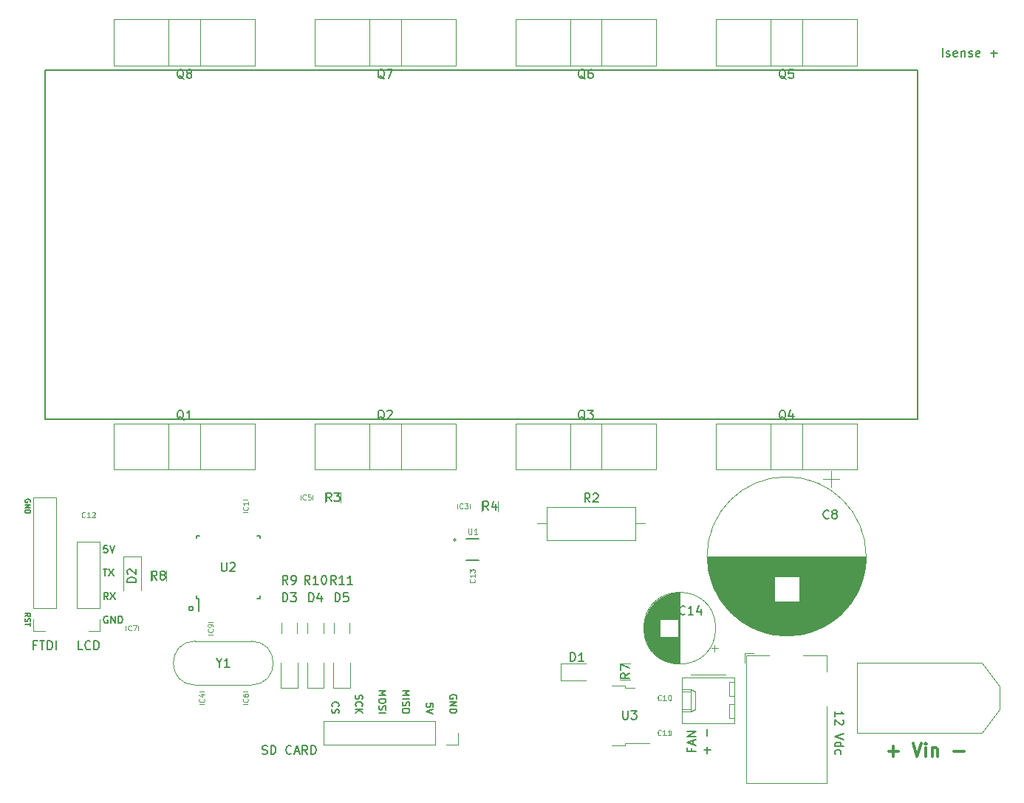
<source format=gbr>
G04 #@! TF.GenerationSoftware,KiCad,Pcbnew,(5.0.1)-3*
G04 #@! TF.CreationDate,2021-05-27T11:26:18+02:00*
G04 #@! TF.ProjectId,mega328 400w load,6D6567613332382034303077206C6F61,rev?*
G04 #@! TF.SameCoordinates,Original*
G04 #@! TF.FileFunction,Legend,Top*
G04 #@! TF.FilePolarity,Positive*
%FSLAX46Y46*%
G04 Gerber Fmt 4.6, Leading zero omitted, Abs format (unit mm)*
G04 Created by KiCad (PCBNEW (5.0.1)-3) date 27/05/2021 11:26:18*
%MOMM*%
%LPD*%
G01*
G04 APERTURE LIST*
%ADD10C,0.200000*%
%ADD11C,0.150000*%
%ADD12C,0.300000*%
%ADD13C,0.120000*%
%ADD14C,0.100000*%
%ADD15C,0.152400*%
%ADD16C,0.080000*%
%ADD17C,0.015000*%
G04 APERTURE END LIST*
D10*
X74309523Y-116452380D02*
X73833333Y-116452380D01*
X73833333Y-115452380D01*
X75214285Y-116357142D02*
X75166666Y-116404761D01*
X75023809Y-116452380D01*
X74928571Y-116452380D01*
X74785714Y-116404761D01*
X74690476Y-116309523D01*
X74642857Y-116214285D01*
X74595238Y-116023809D01*
X74595238Y-115880952D01*
X74642857Y-115690476D01*
X74690476Y-115595238D01*
X74785714Y-115500000D01*
X74928571Y-115452380D01*
X75023809Y-115452380D01*
X75166666Y-115500000D01*
X75214285Y-115547619D01*
X75642857Y-116452380D02*
X75642857Y-115452380D01*
X75880952Y-115452380D01*
X76023809Y-115500000D01*
X76119047Y-115595238D01*
X76166666Y-115690476D01*
X76214285Y-115880952D01*
X76214285Y-116023809D01*
X76166666Y-116214285D01*
X76119047Y-116309523D01*
X76023809Y-116404761D01*
X75880952Y-116452380D01*
X75642857Y-116452380D01*
X94904761Y-128404761D02*
X95047619Y-128452380D01*
X95285714Y-128452380D01*
X95380952Y-128404761D01*
X95428571Y-128357142D01*
X95476190Y-128261904D01*
X95476190Y-128166666D01*
X95428571Y-128071428D01*
X95380952Y-128023809D01*
X95285714Y-127976190D01*
X95095238Y-127928571D01*
X95000000Y-127880952D01*
X94952380Y-127833333D01*
X94904761Y-127738095D01*
X94904761Y-127642857D01*
X94952380Y-127547619D01*
X95000000Y-127500000D01*
X95095238Y-127452380D01*
X95333333Y-127452380D01*
X95476190Y-127500000D01*
X95904761Y-128452380D02*
X95904761Y-127452380D01*
X96142857Y-127452380D01*
X96285714Y-127500000D01*
X96380952Y-127595238D01*
X96428571Y-127690476D01*
X96476190Y-127880952D01*
X96476190Y-128023809D01*
X96428571Y-128214285D01*
X96380952Y-128309523D01*
X96285714Y-128404761D01*
X96142857Y-128452380D01*
X95904761Y-128452380D01*
X98238095Y-128357142D02*
X98190476Y-128404761D01*
X98047619Y-128452380D01*
X97952380Y-128452380D01*
X97809523Y-128404761D01*
X97714285Y-128309523D01*
X97666666Y-128214285D01*
X97619047Y-128023809D01*
X97619047Y-127880952D01*
X97666666Y-127690476D01*
X97714285Y-127595238D01*
X97809523Y-127500000D01*
X97952380Y-127452380D01*
X98047619Y-127452380D01*
X98190476Y-127500000D01*
X98238095Y-127547619D01*
X98619047Y-128166666D02*
X99095238Y-128166666D01*
X98523809Y-128452380D02*
X98857142Y-127452380D01*
X99190476Y-128452380D01*
X100095238Y-128452380D02*
X99761904Y-127976190D01*
X99523809Y-128452380D02*
X99523809Y-127452380D01*
X99904761Y-127452380D01*
X100000000Y-127500000D01*
X100047619Y-127547619D01*
X100095238Y-127642857D01*
X100095238Y-127785714D01*
X100047619Y-127880952D01*
X100000000Y-127928571D01*
X99904761Y-127976190D01*
X99523809Y-127976190D01*
X100523809Y-128452380D02*
X100523809Y-127452380D01*
X100761904Y-127452380D01*
X100904761Y-127500000D01*
X101000000Y-127595238D01*
X101047619Y-127690476D01*
X101095238Y-127880952D01*
X101095238Y-128023809D01*
X101047619Y-128214285D01*
X101000000Y-128309523D01*
X100904761Y-128404761D01*
X100761904Y-128452380D01*
X100523809Y-128452380D01*
D11*
X117150000Y-122073928D02*
X117188095Y-121997738D01*
X117188095Y-121883452D01*
X117150000Y-121769166D01*
X117073809Y-121692976D01*
X116997619Y-121654880D01*
X116845238Y-121616785D01*
X116730952Y-121616785D01*
X116578571Y-121654880D01*
X116502380Y-121692976D01*
X116426190Y-121769166D01*
X116388095Y-121883452D01*
X116388095Y-121959642D01*
X116426190Y-122073928D01*
X116464285Y-122112023D01*
X116730952Y-122112023D01*
X116730952Y-121959642D01*
X116388095Y-122454880D02*
X117188095Y-122454880D01*
X116388095Y-122912023D01*
X117188095Y-122912023D01*
X116388095Y-123292976D02*
X117188095Y-123292976D01*
X117188095Y-123483452D01*
X117150000Y-123597738D01*
X117073809Y-123673928D01*
X116997619Y-123712023D01*
X116845238Y-123750119D01*
X116730952Y-123750119D01*
X116578571Y-123712023D01*
X116502380Y-123673928D01*
X116426190Y-123597738D01*
X116388095Y-123483452D01*
X116388095Y-123292976D01*
X114488095Y-123026309D02*
X114488095Y-122645357D01*
X114107142Y-122607261D01*
X114145238Y-122645357D01*
X114183333Y-122721547D01*
X114183333Y-122912023D01*
X114145238Y-122988214D01*
X114107142Y-123026309D01*
X114030952Y-123064404D01*
X113840476Y-123064404D01*
X113764285Y-123026309D01*
X113726190Y-122988214D01*
X113688095Y-122912023D01*
X113688095Y-122721547D01*
X113726190Y-122645357D01*
X113764285Y-122607261D01*
X114488095Y-123292976D02*
X113688095Y-123559642D01*
X114488095Y-123826309D01*
X110988095Y-121197738D02*
X111788095Y-121197738D01*
X111216666Y-121464404D01*
X111788095Y-121731071D01*
X110988095Y-121731071D01*
X110988095Y-122112023D02*
X111788095Y-122112023D01*
X111026190Y-122454880D02*
X110988095Y-122569166D01*
X110988095Y-122759642D01*
X111026190Y-122835833D01*
X111064285Y-122873928D01*
X111140476Y-122912023D01*
X111216666Y-122912023D01*
X111292857Y-122873928D01*
X111330952Y-122835833D01*
X111369047Y-122759642D01*
X111407142Y-122607261D01*
X111445238Y-122531071D01*
X111483333Y-122492976D01*
X111559523Y-122454880D01*
X111635714Y-122454880D01*
X111711904Y-122492976D01*
X111750000Y-122531071D01*
X111788095Y-122607261D01*
X111788095Y-122797738D01*
X111750000Y-122912023D01*
X111788095Y-123407261D02*
X111788095Y-123559642D01*
X111750000Y-123635833D01*
X111673809Y-123712023D01*
X111521428Y-123750119D01*
X111254761Y-123750119D01*
X111102380Y-123712023D01*
X111026190Y-123635833D01*
X110988095Y-123559642D01*
X110988095Y-123407261D01*
X111026190Y-123331071D01*
X111102380Y-123254880D01*
X111254761Y-123216785D01*
X111521428Y-123216785D01*
X111673809Y-123254880D01*
X111750000Y-123331071D01*
X111788095Y-123407261D01*
X108288095Y-121197738D02*
X109088095Y-121197738D01*
X108516666Y-121464404D01*
X109088095Y-121731071D01*
X108288095Y-121731071D01*
X109088095Y-122264404D02*
X109088095Y-122416785D01*
X109050000Y-122492976D01*
X108973809Y-122569166D01*
X108821428Y-122607261D01*
X108554761Y-122607261D01*
X108402380Y-122569166D01*
X108326190Y-122492976D01*
X108288095Y-122416785D01*
X108288095Y-122264404D01*
X108326190Y-122188214D01*
X108402380Y-122112023D01*
X108554761Y-122073928D01*
X108821428Y-122073928D01*
X108973809Y-122112023D01*
X109050000Y-122188214D01*
X109088095Y-122264404D01*
X108326190Y-122912023D02*
X108288095Y-123026309D01*
X108288095Y-123216785D01*
X108326190Y-123292976D01*
X108364285Y-123331071D01*
X108440476Y-123369166D01*
X108516666Y-123369166D01*
X108592857Y-123331071D01*
X108630952Y-123292976D01*
X108669047Y-123216785D01*
X108707142Y-123064404D01*
X108745238Y-122988214D01*
X108783333Y-122950119D01*
X108859523Y-122912023D01*
X108935714Y-122912023D01*
X109011904Y-122950119D01*
X109050000Y-122988214D01*
X109088095Y-123064404D01*
X109088095Y-123254880D01*
X109050000Y-123369166D01*
X108288095Y-123712023D02*
X109088095Y-123712023D01*
X105626190Y-121692976D02*
X105588095Y-121807261D01*
X105588095Y-121997738D01*
X105626190Y-122073928D01*
X105664285Y-122112023D01*
X105740476Y-122150119D01*
X105816666Y-122150119D01*
X105892857Y-122112023D01*
X105930952Y-122073928D01*
X105969047Y-121997738D01*
X106007142Y-121845357D01*
X106045238Y-121769166D01*
X106083333Y-121731071D01*
X106159523Y-121692976D01*
X106235714Y-121692976D01*
X106311904Y-121731071D01*
X106350000Y-121769166D01*
X106388095Y-121845357D01*
X106388095Y-122035833D01*
X106350000Y-122150119D01*
X105664285Y-122950119D02*
X105626190Y-122912023D01*
X105588095Y-122797738D01*
X105588095Y-122721547D01*
X105626190Y-122607261D01*
X105702380Y-122531071D01*
X105778571Y-122492976D01*
X105930952Y-122454880D01*
X106045238Y-122454880D01*
X106197619Y-122492976D01*
X106273809Y-122531071D01*
X106350000Y-122607261D01*
X106388095Y-122721547D01*
X106388095Y-122797738D01*
X106350000Y-122912023D01*
X106311904Y-122950119D01*
X105588095Y-123292976D02*
X106388095Y-123292976D01*
X105588095Y-123750119D02*
X106045238Y-123407261D01*
X106388095Y-123750119D02*
X105930952Y-123292976D01*
X102964285Y-122988214D02*
X102926190Y-122950119D01*
X102888095Y-122835833D01*
X102888095Y-122759642D01*
X102926190Y-122645357D01*
X103002380Y-122569166D01*
X103078571Y-122531071D01*
X103230952Y-122492976D01*
X103345238Y-122492976D01*
X103497619Y-122531071D01*
X103573809Y-122569166D01*
X103650000Y-122645357D01*
X103688095Y-122759642D01*
X103688095Y-122835833D01*
X103650000Y-122950119D01*
X103611904Y-122988214D01*
X102926190Y-123292976D02*
X102888095Y-123407261D01*
X102888095Y-123597738D01*
X102926190Y-123673928D01*
X102964285Y-123712023D01*
X103040476Y-123750119D01*
X103116666Y-123750119D01*
X103192857Y-123712023D01*
X103230952Y-123673928D01*
X103269047Y-123597738D01*
X103307142Y-123445357D01*
X103345238Y-123369166D01*
X103383333Y-123331071D01*
X103459523Y-123292976D01*
X103535714Y-123292976D01*
X103611904Y-123331071D01*
X103650000Y-123369166D01*
X103688095Y-123445357D01*
X103688095Y-123635833D01*
X103650000Y-123750119D01*
D10*
X160547619Y-124119047D02*
X160547619Y-123547619D01*
X160547619Y-123833333D02*
X161547619Y-123833333D01*
X161404761Y-123738095D01*
X161309523Y-123642857D01*
X161261904Y-123547619D01*
X161452380Y-124500000D02*
X161500000Y-124547619D01*
X161547619Y-124642857D01*
X161547619Y-124880952D01*
X161500000Y-124976190D01*
X161452380Y-125023809D01*
X161357142Y-125071428D01*
X161261904Y-125071428D01*
X161119047Y-125023809D01*
X160547619Y-124452380D01*
X160547619Y-125071428D01*
X161547619Y-126119047D02*
X160547619Y-126452380D01*
X161547619Y-126785714D01*
X160547619Y-127547619D02*
X161547619Y-127547619D01*
X160595238Y-127547619D02*
X160547619Y-127452380D01*
X160547619Y-127261904D01*
X160595238Y-127166666D01*
X160642857Y-127119047D01*
X160738095Y-127071428D01*
X161023809Y-127071428D01*
X161119047Y-127119047D01*
X161166666Y-127166666D01*
X161214285Y-127261904D01*
X161214285Y-127452380D01*
X161166666Y-127547619D01*
X160595238Y-128452380D02*
X160547619Y-128357142D01*
X160547619Y-128166666D01*
X160595238Y-128071428D01*
X160642857Y-128023809D01*
X160738095Y-127976190D01*
X161023809Y-127976190D01*
X161119047Y-128023809D01*
X161166666Y-128071428D01*
X161214285Y-128166666D01*
X161214285Y-128357142D01*
X161166666Y-128452380D01*
X144078571Y-127809523D02*
X144078571Y-128142857D01*
X144602380Y-128142857D02*
X143602380Y-128142857D01*
X143602380Y-127666666D01*
X144316666Y-127333333D02*
X144316666Y-126857142D01*
X144602380Y-127428571D02*
X143602380Y-127095238D01*
X144602380Y-126761904D01*
X144602380Y-126428571D02*
X143602380Y-126428571D01*
X144602380Y-125857142D01*
X143602380Y-125857142D01*
X145921428Y-128380952D02*
X145921428Y-127619047D01*
X146302380Y-128000000D02*
X145540476Y-128000000D01*
X145921428Y-126380952D02*
X145921428Y-125619047D01*
D11*
X77168928Y-104511904D02*
X76787976Y-104511904D01*
X76749880Y-104892857D01*
X76787976Y-104854761D01*
X76864166Y-104816666D01*
X77054642Y-104816666D01*
X77130833Y-104854761D01*
X77168928Y-104892857D01*
X77207023Y-104969047D01*
X77207023Y-105159523D01*
X77168928Y-105235714D01*
X77130833Y-105273809D01*
X77054642Y-105311904D01*
X76864166Y-105311904D01*
X76787976Y-105273809D01*
X76749880Y-105235714D01*
X77435595Y-104511904D02*
X77702261Y-105311904D01*
X77968928Y-104511904D01*
X76673690Y-107211904D02*
X77130833Y-107211904D01*
X76902261Y-108011904D02*
X76902261Y-107211904D01*
X77321309Y-107211904D02*
X77854642Y-108011904D01*
X77854642Y-107211904D02*
X77321309Y-108011904D01*
X77245119Y-110711904D02*
X76978452Y-110330952D01*
X76787976Y-110711904D02*
X76787976Y-109911904D01*
X77092738Y-109911904D01*
X77168928Y-109950000D01*
X77207023Y-109988095D01*
X77245119Y-110064285D01*
X77245119Y-110178571D01*
X77207023Y-110254761D01*
X77168928Y-110292857D01*
X77092738Y-110330952D01*
X76787976Y-110330952D01*
X77511785Y-109911904D02*
X78045119Y-110711904D01*
X78045119Y-109911904D02*
X77511785Y-110711904D01*
X77207023Y-112650000D02*
X77130833Y-112611904D01*
X77016547Y-112611904D01*
X76902261Y-112650000D01*
X76826071Y-112726190D01*
X76787976Y-112802380D01*
X76749880Y-112954761D01*
X76749880Y-113069047D01*
X76787976Y-113221428D01*
X76826071Y-113297619D01*
X76902261Y-113373809D01*
X77016547Y-113411904D01*
X77092738Y-113411904D01*
X77207023Y-113373809D01*
X77245119Y-113335714D01*
X77245119Y-113069047D01*
X77092738Y-113069047D01*
X77587976Y-113411904D02*
X77587976Y-112611904D01*
X78045119Y-113411904D01*
X78045119Y-112611904D01*
X78426071Y-113411904D02*
X78426071Y-112611904D01*
X78616547Y-112611904D01*
X78730833Y-112650000D01*
X78807023Y-112726190D01*
X78845119Y-112802380D01*
X78883214Y-112954761D01*
X78883214Y-113069047D01*
X78845119Y-113221428D01*
X78807023Y-113297619D01*
X78730833Y-113373809D01*
X78616547Y-113411904D01*
X78426071Y-113411904D01*
X67728571Y-112671428D02*
X68014285Y-112471428D01*
X67728571Y-112328571D02*
X68328571Y-112328571D01*
X68328571Y-112557142D01*
X68300000Y-112614285D01*
X68271428Y-112642857D01*
X68214285Y-112671428D01*
X68128571Y-112671428D01*
X68071428Y-112642857D01*
X68042857Y-112614285D01*
X68014285Y-112557142D01*
X68014285Y-112328571D01*
X67757142Y-112900000D02*
X67728571Y-112985714D01*
X67728571Y-113128571D01*
X67757142Y-113185714D01*
X67785714Y-113214285D01*
X67842857Y-113242857D01*
X67900000Y-113242857D01*
X67957142Y-113214285D01*
X67985714Y-113185714D01*
X68014285Y-113128571D01*
X68042857Y-113014285D01*
X68071428Y-112957142D01*
X68100000Y-112928571D01*
X68157142Y-112900000D01*
X68214285Y-112900000D01*
X68271428Y-112928571D01*
X68300000Y-112957142D01*
X68328571Y-113014285D01*
X68328571Y-113157142D01*
X68300000Y-113242857D01*
X68328571Y-113414285D02*
X68328571Y-113757142D01*
X67728571Y-113585714D02*
X68328571Y-113585714D01*
X68300000Y-99542857D02*
X68328571Y-99485714D01*
X68328571Y-99400000D01*
X68300000Y-99314285D01*
X68242857Y-99257142D01*
X68185714Y-99228571D01*
X68071428Y-99200000D01*
X67985714Y-99200000D01*
X67871428Y-99228571D01*
X67814285Y-99257142D01*
X67757142Y-99314285D01*
X67728571Y-99400000D01*
X67728571Y-99457142D01*
X67757142Y-99542857D01*
X67785714Y-99571428D01*
X67985714Y-99571428D01*
X67985714Y-99457142D01*
X67728571Y-99828571D02*
X68328571Y-99828571D01*
X67728571Y-100171428D01*
X68328571Y-100171428D01*
X67728571Y-100457142D02*
X68328571Y-100457142D01*
X68328571Y-100600000D01*
X68300000Y-100685714D01*
X68242857Y-100742857D01*
X68185714Y-100771428D01*
X68071428Y-100800000D01*
X67985714Y-100800000D01*
X67871428Y-100771428D01*
X67814285Y-100742857D01*
X67757142Y-100685714D01*
X67728571Y-100600000D01*
X67728571Y-100457142D01*
D10*
X69023809Y-115928571D02*
X68690476Y-115928571D01*
X68690476Y-116452380D02*
X68690476Y-115452380D01*
X69166666Y-115452380D01*
X69404761Y-115452380D02*
X69976190Y-115452380D01*
X69690476Y-116452380D02*
X69690476Y-115452380D01*
X70309523Y-116452380D02*
X70309523Y-115452380D01*
X70547619Y-115452380D01*
X70690476Y-115500000D01*
X70785714Y-115595238D01*
X70833333Y-115690476D01*
X70880952Y-115880952D01*
X70880952Y-116023809D01*
X70833333Y-116214285D01*
X70785714Y-116309523D01*
X70690476Y-116404761D01*
X70547619Y-116452380D01*
X70309523Y-116452380D01*
X71309523Y-116452380D02*
X71309523Y-115452380D01*
X172880952Y-48452380D02*
X172880952Y-47452380D01*
X173309523Y-48404761D02*
X173404761Y-48452380D01*
X173595238Y-48452380D01*
X173690476Y-48404761D01*
X173738095Y-48309523D01*
X173738095Y-48261904D01*
X173690476Y-48166666D01*
X173595238Y-48119047D01*
X173452380Y-48119047D01*
X173357142Y-48071428D01*
X173309523Y-47976190D01*
X173309523Y-47928571D01*
X173357142Y-47833333D01*
X173452380Y-47785714D01*
X173595238Y-47785714D01*
X173690476Y-47833333D01*
X174547619Y-48404761D02*
X174452380Y-48452380D01*
X174261904Y-48452380D01*
X174166666Y-48404761D01*
X174119047Y-48309523D01*
X174119047Y-47928571D01*
X174166666Y-47833333D01*
X174261904Y-47785714D01*
X174452380Y-47785714D01*
X174547619Y-47833333D01*
X174595238Y-47928571D01*
X174595238Y-48023809D01*
X174119047Y-48119047D01*
X175023809Y-47785714D02*
X175023809Y-48452380D01*
X175023809Y-47880952D02*
X175071428Y-47833333D01*
X175166666Y-47785714D01*
X175309523Y-47785714D01*
X175404761Y-47833333D01*
X175452380Y-47928571D01*
X175452380Y-48452380D01*
X175880952Y-48404761D02*
X175976190Y-48452380D01*
X176166666Y-48452380D01*
X176261904Y-48404761D01*
X176309523Y-48309523D01*
X176309523Y-48261904D01*
X176261904Y-48166666D01*
X176166666Y-48119047D01*
X176023809Y-48119047D01*
X175928571Y-48071428D01*
X175880952Y-47976190D01*
X175880952Y-47928571D01*
X175928571Y-47833333D01*
X176023809Y-47785714D01*
X176166666Y-47785714D01*
X176261904Y-47833333D01*
X177119047Y-48404761D02*
X177023809Y-48452380D01*
X176833333Y-48452380D01*
X176738095Y-48404761D01*
X176690476Y-48309523D01*
X176690476Y-47928571D01*
X176738095Y-47833333D01*
X176833333Y-47785714D01*
X177023809Y-47785714D01*
X177119047Y-47833333D01*
X177166666Y-47928571D01*
X177166666Y-48023809D01*
X176690476Y-48119047D01*
X178357142Y-48071428D02*
X179119047Y-48071428D01*
X178738095Y-48452380D02*
X178738095Y-47690476D01*
D12*
X166678571Y-128107142D02*
X167821428Y-128107142D01*
X167250000Y-128678571D02*
X167250000Y-127535714D01*
X169464285Y-127178571D02*
X169964285Y-128678571D01*
X170464285Y-127178571D01*
X170964285Y-128678571D02*
X170964285Y-127678571D01*
X170964285Y-127178571D02*
X170892857Y-127250000D01*
X170964285Y-127321428D01*
X171035714Y-127250000D01*
X170964285Y-127178571D01*
X170964285Y-127321428D01*
X171678571Y-127678571D02*
X171678571Y-128678571D01*
X171678571Y-127821428D02*
X171750000Y-127750000D01*
X171892857Y-127678571D01*
X172107142Y-127678571D01*
X172250000Y-127750000D01*
X172321428Y-127892857D01*
X172321428Y-128678571D01*
X174178571Y-128107142D02*
X175321428Y-128107142D01*
D11*
X87000000Y-111750000D02*
G75*
G03X87000000Y-111750000I-250000J0D01*
G01*
D10*
X170000000Y-50000000D02*
X170000000Y-90000000D01*
X70000000Y-50000000D02*
X170000000Y-50000000D01*
X70000000Y-90000000D02*
X70000000Y-50000000D01*
X170000000Y-90000000D02*
X70000000Y-90000000D01*
D13*
G04 #@! TO.C,C1*
X92738748Y-100710000D02*
X93261252Y-100710000D01*
X92738748Y-99290000D02*
X93261252Y-99290000D01*
G04 #@! TO.C,C3*
X118710000Y-100261252D02*
X118710000Y-99738748D01*
X117290000Y-100261252D02*
X117290000Y-99738748D01*
G04 #@! TO.C,C4*
X88261252Y-121290000D02*
X87738748Y-121290000D01*
X88261252Y-122710000D02*
X87738748Y-122710000D01*
G04 #@! TO.C,C5*
X99290000Y-98738748D02*
X99290000Y-99261252D01*
X100710000Y-98738748D02*
X100710000Y-99261252D01*
G04 #@! TO.C,C6*
X92738748Y-121290000D02*
X93261252Y-121290000D01*
X92738748Y-122710000D02*
X93261252Y-122710000D01*
G04 #@! TO.C,C7*
X80710000Y-113738748D02*
X80710000Y-114261252D01*
X79290000Y-113738748D02*
X79290000Y-114261252D01*
G04 #@! TO.C,C8*
X164120000Y-105750000D02*
G75*
G03X164120000Y-105750000I-9120000J0D01*
G01*
X164081000Y-105750000D02*
X145919000Y-105750000D01*
X164080000Y-105790000D02*
X145920000Y-105790000D01*
X164080000Y-105830000D02*
X145920000Y-105830000D01*
X164080000Y-105870000D02*
X145920000Y-105870000D01*
X164079000Y-105910000D02*
X145921000Y-105910000D01*
X164078000Y-105950000D02*
X145922000Y-105950000D01*
X164077000Y-105990000D02*
X145923000Y-105990000D01*
X164076000Y-106030000D02*
X145924000Y-106030000D01*
X164075000Y-106070000D02*
X145925000Y-106070000D01*
X164073000Y-106110000D02*
X145927000Y-106110000D01*
X164072000Y-106150000D02*
X145928000Y-106150000D01*
X164070000Y-106190000D02*
X145930000Y-106190000D01*
X164068000Y-106230000D02*
X145932000Y-106230000D01*
X164066000Y-106270000D02*
X145934000Y-106270000D01*
X164063000Y-106310000D02*
X145937000Y-106310000D01*
X164061000Y-106350000D02*
X145939000Y-106350000D01*
X164058000Y-106390000D02*
X145942000Y-106390000D01*
X164055000Y-106430000D02*
X145945000Y-106430000D01*
X164052000Y-106471000D02*
X145948000Y-106471000D01*
X164049000Y-106511000D02*
X145951000Y-106511000D01*
X164045000Y-106551000D02*
X145955000Y-106551000D01*
X164042000Y-106591000D02*
X145958000Y-106591000D01*
X164038000Y-106631000D02*
X145962000Y-106631000D01*
X164034000Y-106671000D02*
X145966000Y-106671000D01*
X164030000Y-106711000D02*
X145970000Y-106711000D01*
X164026000Y-106751000D02*
X145974000Y-106751000D01*
X164021000Y-106791000D02*
X145979000Y-106791000D01*
X164016000Y-106831000D02*
X145984000Y-106831000D01*
X164011000Y-106871000D02*
X145989000Y-106871000D01*
X164006000Y-106911000D02*
X145994000Y-106911000D01*
X164001000Y-106951000D02*
X145999000Y-106951000D01*
X163996000Y-106991000D02*
X146004000Y-106991000D01*
X163990000Y-107031000D02*
X146010000Y-107031000D01*
X163984000Y-107071000D02*
X146016000Y-107071000D01*
X163979000Y-107111000D02*
X146021000Y-107111000D01*
X163972000Y-107151000D02*
X146028000Y-107151000D01*
X163966000Y-107191000D02*
X146034000Y-107191000D01*
X163960000Y-107231000D02*
X146040000Y-107231000D01*
X163953000Y-107271000D02*
X146047000Y-107271000D01*
X163946000Y-107311000D02*
X146054000Y-107311000D01*
X163939000Y-107351000D02*
X146061000Y-107351000D01*
X163932000Y-107391000D02*
X146068000Y-107391000D01*
X163924000Y-107431000D02*
X146076000Y-107431000D01*
X163917000Y-107471000D02*
X146083000Y-107471000D01*
X163909000Y-107511000D02*
X146091000Y-107511000D01*
X163901000Y-107551000D02*
X146099000Y-107551000D01*
X163893000Y-107591000D02*
X146107000Y-107591000D01*
X163885000Y-107631000D02*
X146115000Y-107631000D01*
X163876000Y-107671000D02*
X146124000Y-107671000D01*
X163867000Y-107711000D02*
X146133000Y-107711000D01*
X163858000Y-107751000D02*
X146142000Y-107751000D01*
X163849000Y-107791000D02*
X146151000Y-107791000D01*
X163840000Y-107831000D02*
X146160000Y-107831000D01*
X163831000Y-107871000D02*
X146169000Y-107871000D01*
X163821000Y-107911000D02*
X146179000Y-107911000D01*
X163811000Y-107951000D02*
X146189000Y-107951000D01*
X163801000Y-107991000D02*
X146199000Y-107991000D01*
X163791000Y-108031000D02*
X146209000Y-108031000D01*
X163780000Y-108071000D02*
X156440000Y-108071000D01*
X153560000Y-108071000D02*
X146220000Y-108071000D01*
X163770000Y-108111000D02*
X156440000Y-108111000D01*
X153560000Y-108111000D02*
X146230000Y-108111000D01*
X163759000Y-108151000D02*
X156440000Y-108151000D01*
X153560000Y-108151000D02*
X146241000Y-108151000D01*
X163748000Y-108191000D02*
X156440000Y-108191000D01*
X153560000Y-108191000D02*
X146252000Y-108191000D01*
X163737000Y-108231000D02*
X156440000Y-108231000D01*
X153560000Y-108231000D02*
X146263000Y-108231000D01*
X163725000Y-108271000D02*
X156440000Y-108271000D01*
X153560000Y-108271000D02*
X146275000Y-108271000D01*
X163714000Y-108311000D02*
X156440000Y-108311000D01*
X153560000Y-108311000D02*
X146286000Y-108311000D01*
X163702000Y-108351000D02*
X156440000Y-108351000D01*
X153560000Y-108351000D02*
X146298000Y-108351000D01*
X163690000Y-108391000D02*
X156440000Y-108391000D01*
X153560000Y-108391000D02*
X146310000Y-108391000D01*
X163678000Y-108431000D02*
X156440000Y-108431000D01*
X153560000Y-108431000D02*
X146322000Y-108431000D01*
X163665000Y-108471000D02*
X156440000Y-108471000D01*
X153560000Y-108471000D02*
X146335000Y-108471000D01*
X163653000Y-108511000D02*
X156440000Y-108511000D01*
X153560000Y-108511000D02*
X146347000Y-108511000D01*
X163640000Y-108551000D02*
X156440000Y-108551000D01*
X153560000Y-108551000D02*
X146360000Y-108551000D01*
X163627000Y-108591000D02*
X156440000Y-108591000D01*
X153560000Y-108591000D02*
X146373000Y-108591000D01*
X163614000Y-108631000D02*
X156440000Y-108631000D01*
X153560000Y-108631000D02*
X146386000Y-108631000D01*
X163600000Y-108671000D02*
X156440000Y-108671000D01*
X153560000Y-108671000D02*
X146400000Y-108671000D01*
X163587000Y-108711000D02*
X156440000Y-108711000D01*
X153560000Y-108711000D02*
X146413000Y-108711000D01*
X163573000Y-108751000D02*
X156440000Y-108751000D01*
X153560000Y-108751000D02*
X146427000Y-108751000D01*
X163559000Y-108791000D02*
X156440000Y-108791000D01*
X153560000Y-108791000D02*
X146441000Y-108791000D01*
X163545000Y-108831000D02*
X156440000Y-108831000D01*
X153560000Y-108831000D02*
X146455000Y-108831000D01*
X163530000Y-108871000D02*
X156440000Y-108871000D01*
X153560000Y-108871000D02*
X146470000Y-108871000D01*
X163516000Y-108911000D02*
X156440000Y-108911000D01*
X153560000Y-108911000D02*
X146484000Y-108911000D01*
X163501000Y-108951000D02*
X156440000Y-108951000D01*
X153560000Y-108951000D02*
X146499000Y-108951000D01*
X163486000Y-108991000D02*
X156440000Y-108991000D01*
X153560000Y-108991000D02*
X146514000Y-108991000D01*
X163470000Y-109031000D02*
X156440000Y-109031000D01*
X153560000Y-109031000D02*
X146530000Y-109031000D01*
X163455000Y-109071000D02*
X156440000Y-109071000D01*
X153560000Y-109071000D02*
X146545000Y-109071000D01*
X163439000Y-109111000D02*
X156440000Y-109111000D01*
X153560000Y-109111000D02*
X146561000Y-109111000D01*
X163423000Y-109151000D02*
X156440000Y-109151000D01*
X153560000Y-109151000D02*
X146577000Y-109151000D01*
X163407000Y-109191000D02*
X156440000Y-109191000D01*
X153560000Y-109191000D02*
X146593000Y-109191000D01*
X163390000Y-109231000D02*
X156440000Y-109231000D01*
X153560000Y-109231000D02*
X146610000Y-109231000D01*
X163374000Y-109271000D02*
X156440000Y-109271000D01*
X153560000Y-109271000D02*
X146626000Y-109271000D01*
X163357000Y-109311000D02*
X156440000Y-109311000D01*
X153560000Y-109311000D02*
X146643000Y-109311000D01*
X163340000Y-109351000D02*
X156440000Y-109351000D01*
X153560000Y-109351000D02*
X146660000Y-109351000D01*
X163323000Y-109391000D02*
X156440000Y-109391000D01*
X153560000Y-109391000D02*
X146677000Y-109391000D01*
X163305000Y-109431000D02*
X156440000Y-109431000D01*
X153560000Y-109431000D02*
X146695000Y-109431000D01*
X163287000Y-109471000D02*
X156440000Y-109471000D01*
X153560000Y-109471000D02*
X146713000Y-109471000D01*
X163269000Y-109511000D02*
X156440000Y-109511000D01*
X153560000Y-109511000D02*
X146731000Y-109511000D01*
X163251000Y-109551000D02*
X156440000Y-109551000D01*
X153560000Y-109551000D02*
X146749000Y-109551000D01*
X163233000Y-109591000D02*
X156440000Y-109591000D01*
X153560000Y-109591000D02*
X146767000Y-109591000D01*
X163214000Y-109631000D02*
X156440000Y-109631000D01*
X153560000Y-109631000D02*
X146786000Y-109631000D01*
X163195000Y-109671000D02*
X156440000Y-109671000D01*
X153560000Y-109671000D02*
X146805000Y-109671000D01*
X163176000Y-109711000D02*
X156440000Y-109711000D01*
X153560000Y-109711000D02*
X146824000Y-109711000D01*
X163156000Y-109751000D02*
X156440000Y-109751000D01*
X153560000Y-109751000D02*
X146844000Y-109751000D01*
X163137000Y-109791000D02*
X156440000Y-109791000D01*
X153560000Y-109791000D02*
X146863000Y-109791000D01*
X163117000Y-109831000D02*
X156440000Y-109831000D01*
X153560000Y-109831000D02*
X146883000Y-109831000D01*
X163097000Y-109871000D02*
X156440000Y-109871000D01*
X153560000Y-109871000D02*
X146903000Y-109871000D01*
X163076000Y-109911000D02*
X156440000Y-109911000D01*
X153560000Y-109911000D02*
X146924000Y-109911000D01*
X163056000Y-109951000D02*
X156440000Y-109951000D01*
X153560000Y-109951000D02*
X146944000Y-109951000D01*
X163035000Y-109991000D02*
X156440000Y-109991000D01*
X153560000Y-109991000D02*
X146965000Y-109991000D01*
X163014000Y-110031000D02*
X156440000Y-110031000D01*
X153560000Y-110031000D02*
X146986000Y-110031000D01*
X162992000Y-110071000D02*
X156440000Y-110071000D01*
X153560000Y-110071000D02*
X147008000Y-110071000D01*
X162971000Y-110111000D02*
X156440000Y-110111000D01*
X153560000Y-110111000D02*
X147029000Y-110111000D01*
X162949000Y-110151000D02*
X156440000Y-110151000D01*
X153560000Y-110151000D02*
X147051000Y-110151000D01*
X162927000Y-110191000D02*
X156440000Y-110191000D01*
X153560000Y-110191000D02*
X147073000Y-110191000D01*
X162904000Y-110231000D02*
X156440000Y-110231000D01*
X153560000Y-110231000D02*
X147096000Y-110231000D01*
X162882000Y-110271000D02*
X156440000Y-110271000D01*
X153560000Y-110271000D02*
X147118000Y-110271000D01*
X162859000Y-110311000D02*
X156440000Y-110311000D01*
X153560000Y-110311000D02*
X147141000Y-110311000D01*
X162835000Y-110351000D02*
X156440000Y-110351000D01*
X153560000Y-110351000D02*
X147165000Y-110351000D01*
X162812000Y-110391000D02*
X156440000Y-110391000D01*
X153560000Y-110391000D02*
X147188000Y-110391000D01*
X162788000Y-110431000D02*
X156440000Y-110431000D01*
X153560000Y-110431000D02*
X147212000Y-110431000D01*
X162764000Y-110471000D02*
X156440000Y-110471000D01*
X153560000Y-110471000D02*
X147236000Y-110471000D01*
X162740000Y-110511000D02*
X156440000Y-110511000D01*
X153560000Y-110511000D02*
X147260000Y-110511000D01*
X162715000Y-110551000D02*
X156440000Y-110551000D01*
X153560000Y-110551000D02*
X147285000Y-110551000D01*
X162690000Y-110591000D02*
X156440000Y-110591000D01*
X153560000Y-110591000D02*
X147310000Y-110591000D01*
X162665000Y-110631000D02*
X156440000Y-110631000D01*
X153560000Y-110631000D02*
X147335000Y-110631000D01*
X162640000Y-110671000D02*
X156440000Y-110671000D01*
X153560000Y-110671000D02*
X147360000Y-110671000D01*
X162614000Y-110711000D02*
X156440000Y-110711000D01*
X153560000Y-110711000D02*
X147386000Y-110711000D01*
X162588000Y-110751000D02*
X156440000Y-110751000D01*
X153560000Y-110751000D02*
X147412000Y-110751000D01*
X162561000Y-110791000D02*
X156440000Y-110791000D01*
X153560000Y-110791000D02*
X147439000Y-110791000D01*
X162535000Y-110831000D02*
X156440000Y-110831000D01*
X153560000Y-110831000D02*
X147465000Y-110831000D01*
X162508000Y-110871000D02*
X156440000Y-110871000D01*
X153560000Y-110871000D02*
X147492000Y-110871000D01*
X162480000Y-110911000D02*
X156440000Y-110911000D01*
X153560000Y-110911000D02*
X147520000Y-110911000D01*
X162453000Y-110951000D02*
X147547000Y-110951000D01*
X162425000Y-110991000D02*
X147575000Y-110991000D01*
X162397000Y-111031000D02*
X147603000Y-111031000D01*
X162368000Y-111071000D02*
X147632000Y-111071000D01*
X162339000Y-111111000D02*
X147661000Y-111111000D01*
X162310000Y-111151000D02*
X147690000Y-111151000D01*
X162280000Y-111191000D02*
X147720000Y-111191000D01*
X162250000Y-111231000D02*
X147750000Y-111231000D01*
X162220000Y-111271000D02*
X147780000Y-111271000D01*
X162190000Y-111311000D02*
X147810000Y-111311000D01*
X162159000Y-111351000D02*
X147841000Y-111351000D01*
X162127000Y-111391000D02*
X147873000Y-111391000D01*
X162096000Y-111431000D02*
X147904000Y-111431000D01*
X162064000Y-111471000D02*
X147936000Y-111471000D01*
X162031000Y-111511000D02*
X147969000Y-111511000D01*
X161999000Y-111551000D02*
X148001000Y-111551000D01*
X161965000Y-111591000D02*
X148035000Y-111591000D01*
X161932000Y-111631000D02*
X148068000Y-111631000D01*
X161898000Y-111671000D02*
X148102000Y-111671000D01*
X161864000Y-111711000D02*
X148136000Y-111711000D01*
X161829000Y-111751000D02*
X148171000Y-111751000D01*
X161794000Y-111791000D02*
X148206000Y-111791000D01*
X161758000Y-111831000D02*
X148242000Y-111831000D01*
X161722000Y-111871000D02*
X148278000Y-111871000D01*
X161686000Y-111911000D02*
X148314000Y-111911000D01*
X161649000Y-111951000D02*
X148351000Y-111951000D01*
X161612000Y-111991000D02*
X148388000Y-111991000D01*
X161574000Y-112031000D02*
X148426000Y-112031000D01*
X161536000Y-112071000D02*
X148464000Y-112071000D01*
X161497000Y-112111000D02*
X148503000Y-112111000D01*
X161458000Y-112151000D02*
X148542000Y-112151000D01*
X161418000Y-112191000D02*
X148582000Y-112191000D01*
X161378000Y-112231000D02*
X148622000Y-112231000D01*
X161337000Y-112271000D02*
X148663000Y-112271000D01*
X161296000Y-112311000D02*
X148704000Y-112311000D01*
X161254000Y-112351000D02*
X148746000Y-112351000D01*
X161212000Y-112391000D02*
X148788000Y-112391000D01*
X161170000Y-112431000D02*
X148830000Y-112431000D01*
X161126000Y-112471000D02*
X148874000Y-112471000D01*
X161082000Y-112511000D02*
X148918000Y-112511000D01*
X161038000Y-112551000D02*
X148962000Y-112551000D01*
X160993000Y-112591000D02*
X149007000Y-112591000D01*
X160947000Y-112631000D02*
X149053000Y-112631000D01*
X160901000Y-112671000D02*
X149099000Y-112671000D01*
X160854000Y-112711000D02*
X149146000Y-112711000D01*
X160806000Y-112751000D02*
X149194000Y-112751000D01*
X160758000Y-112791000D02*
X149242000Y-112791000D01*
X160709000Y-112831000D02*
X149291000Y-112831000D01*
X160660000Y-112871000D02*
X149340000Y-112871000D01*
X160609000Y-112911000D02*
X149391000Y-112911000D01*
X160558000Y-112951000D02*
X149442000Y-112951000D01*
X160506000Y-112991000D02*
X149494000Y-112991000D01*
X160454000Y-113031000D02*
X149546000Y-113031000D01*
X160400000Y-113071000D02*
X149600000Y-113071000D01*
X160346000Y-113111000D02*
X149654000Y-113111000D01*
X160291000Y-113151000D02*
X149709000Y-113151000D01*
X160235000Y-113191000D02*
X149765000Y-113191000D01*
X160178000Y-113231000D02*
X149822000Y-113231000D01*
X160120000Y-113271000D02*
X149880000Y-113271000D01*
X160062000Y-113311000D02*
X149938000Y-113311000D01*
X160002000Y-113351000D02*
X149998000Y-113351000D01*
X159941000Y-113391000D02*
X150059000Y-113391000D01*
X159879000Y-113431000D02*
X150121000Y-113431000D01*
X159816000Y-113471000D02*
X150184000Y-113471000D01*
X159752000Y-113511000D02*
X150248000Y-113511000D01*
X159686000Y-113551000D02*
X150314000Y-113551000D01*
X159620000Y-113591000D02*
X150380000Y-113591000D01*
X159552000Y-113631000D02*
X150448000Y-113631000D01*
X159482000Y-113671000D02*
X150518000Y-113671000D01*
X159412000Y-113711000D02*
X150588000Y-113711000D01*
X159339000Y-113751000D02*
X150661000Y-113751000D01*
X159265000Y-113791000D02*
X150735000Y-113791000D01*
X159190000Y-113831000D02*
X150810000Y-113831000D01*
X159113000Y-113871000D02*
X150887000Y-113871000D01*
X159033000Y-113911000D02*
X150967000Y-113911000D01*
X158952000Y-113950000D02*
X151048000Y-113950000D01*
X158869000Y-113990000D02*
X151131000Y-113990000D01*
X158784000Y-114030000D02*
X151216000Y-114030000D01*
X158696000Y-114070000D02*
X151304000Y-114070000D01*
X158605000Y-114110000D02*
X151395000Y-114110000D01*
X158512000Y-114150000D02*
X151488000Y-114150000D01*
X158416000Y-114190000D02*
X151584000Y-114190000D01*
X158317000Y-114230000D02*
X151683000Y-114230000D01*
X158214000Y-114270000D02*
X151786000Y-114270000D01*
X158107000Y-114310000D02*
X151893000Y-114310000D01*
X157996000Y-114350000D02*
X152004000Y-114350000D01*
X157880000Y-114390000D02*
X152120000Y-114390000D01*
X157759000Y-114430000D02*
X152241000Y-114430000D01*
X157632000Y-114470000D02*
X152368000Y-114470000D01*
X157498000Y-114510000D02*
X152502000Y-114510000D01*
X157355000Y-114550000D02*
X152645000Y-114550000D01*
X157203000Y-114590000D02*
X152797000Y-114590000D01*
X157039000Y-114630000D02*
X152961000Y-114630000D01*
X156860000Y-114670000D02*
X153140000Y-114670000D01*
X156661000Y-114710000D02*
X153339000Y-114710000D01*
X156435000Y-114750000D02*
X153565000Y-114750000D01*
X156166000Y-114790000D02*
X153834000Y-114790000D01*
X155814000Y-114830000D02*
X154186000Y-114830000D01*
X155040000Y-114870000D02*
X154960000Y-114870000D01*
X160115000Y-95990560D02*
X160115000Y-97790560D01*
X161015000Y-96890560D02*
X159215000Y-96890560D01*
G04 #@! TO.C,C9*
X89261252Y-114710000D02*
X88738748Y-114710000D01*
X89261252Y-113290000D02*
X88738748Y-113290000D01*
G04 #@! TO.C,C10*
X140290000Y-121738748D02*
X140290000Y-122261252D01*
X141710000Y-121738748D02*
X141710000Y-122261252D01*
G04 #@! TO.C,C11*
X141710000Y-125738748D02*
X141710000Y-126261252D01*
X140290000Y-125738748D02*
X140290000Y-126261252D01*
G04 #@! TO.C,C12*
X75710000Y-100738748D02*
X75710000Y-101261252D01*
X74290000Y-100738748D02*
X74290000Y-101261252D01*
G04 #@! TO.C,C13*
X118738748Y-107290000D02*
X119261252Y-107290000D01*
X118738748Y-108710000D02*
X119261252Y-108710000D01*
G04 #@! TO.C,D1*
X129115000Y-119960000D02*
X131975000Y-119960000D01*
X129115000Y-118040000D02*
X129115000Y-119960000D01*
X131975000Y-118040000D02*
X129115000Y-118040000D01*
G04 #@! TO.C,D2*
X81000000Y-105750000D02*
X79000000Y-105750000D01*
X79000000Y-105750000D02*
X79000000Y-109650000D01*
X81000000Y-105750000D02*
X81000000Y-109650000D01*
G04 #@! TO.C,D3*
X97040000Y-118000000D02*
X97040000Y-120860000D01*
X97040000Y-120860000D02*
X98960000Y-120860000D01*
X98960000Y-120860000D02*
X98960000Y-118000000D01*
G04 #@! TO.C,D4*
X101960000Y-120860000D02*
X101960000Y-118000000D01*
X100040000Y-120860000D02*
X101960000Y-120860000D01*
X100040000Y-118000000D02*
X100040000Y-120860000D01*
G04 #@! TO.C,D5*
X103040000Y-118000000D02*
X103040000Y-120860000D01*
X103040000Y-120860000D02*
X104960000Y-120860000D01*
X104960000Y-120860000D02*
X104960000Y-118000000D01*
G04 #@! TO.C,Q1*
X87805000Y-90549000D02*
X87805000Y-95820000D01*
X84196000Y-90549000D02*
X84196000Y-95820000D01*
X94070000Y-90549000D02*
X94070000Y-95820000D01*
X77930000Y-90549000D02*
X77930000Y-95820000D01*
X77930000Y-95820000D02*
X94070000Y-95820000D01*
X77930000Y-90549000D02*
X94070000Y-90549000D01*
G04 #@! TO.C,Q2*
X100930000Y-90549000D02*
X117070000Y-90549000D01*
X100930000Y-95820000D02*
X117070000Y-95820000D01*
X100930000Y-90549000D02*
X100930000Y-95820000D01*
X117070000Y-90549000D02*
X117070000Y-95820000D01*
X107196000Y-90549000D02*
X107196000Y-95820000D01*
X110805000Y-90549000D02*
X110805000Y-95820000D01*
G04 #@! TO.C,Q3*
X133805000Y-90549000D02*
X133805000Y-95820000D01*
X130196000Y-90549000D02*
X130196000Y-95820000D01*
X140070000Y-90549000D02*
X140070000Y-95820000D01*
X123930000Y-90549000D02*
X123930000Y-95820000D01*
X123930000Y-95820000D02*
X140070000Y-95820000D01*
X123930000Y-90549000D02*
X140070000Y-90549000D01*
G04 #@! TO.C,Q4*
X146930000Y-90549000D02*
X163070000Y-90549000D01*
X146930000Y-95820000D02*
X163070000Y-95820000D01*
X146930000Y-90549000D02*
X146930000Y-95820000D01*
X163070000Y-90549000D02*
X163070000Y-95820000D01*
X153196000Y-90549000D02*
X153196000Y-95820000D01*
X156805000Y-90549000D02*
X156805000Y-95820000D01*
G04 #@! TO.C,Q5*
X153195000Y-49451000D02*
X153195000Y-44180000D01*
X156804000Y-49451000D02*
X156804000Y-44180000D01*
X146930000Y-49451000D02*
X146930000Y-44180000D01*
X163070000Y-49451000D02*
X163070000Y-44180000D01*
X163070000Y-44180000D02*
X146930000Y-44180000D01*
X163070000Y-49451000D02*
X146930000Y-49451000D01*
G04 #@! TO.C,Q6*
X140070000Y-49451000D02*
X123930000Y-49451000D01*
X140070000Y-44180000D02*
X123930000Y-44180000D01*
X140070000Y-49451000D02*
X140070000Y-44180000D01*
X123930000Y-49451000D02*
X123930000Y-44180000D01*
X133804000Y-49451000D02*
X133804000Y-44180000D01*
X130195000Y-49451000D02*
X130195000Y-44180000D01*
G04 #@! TO.C,Q7*
X107195000Y-49451000D02*
X107195000Y-44180000D01*
X110804000Y-49451000D02*
X110804000Y-44180000D01*
X100930000Y-49451000D02*
X100930000Y-44180000D01*
X117070000Y-49451000D02*
X117070000Y-44180000D01*
X117070000Y-44180000D02*
X100930000Y-44180000D01*
X117070000Y-49451000D02*
X100930000Y-49451000D01*
G04 #@! TO.C,Q8*
X94070000Y-49451000D02*
X77930000Y-49451000D01*
X94070000Y-44180000D02*
X77930000Y-44180000D01*
X94070000Y-49451000D02*
X94070000Y-44180000D01*
X77930000Y-49451000D02*
X77930000Y-44180000D01*
X87804000Y-49451000D02*
X87804000Y-44180000D01*
X84195000Y-49451000D02*
X84195000Y-44180000D01*
G04 #@! TO.C,R2*
X127550000Y-100080000D02*
X127550000Y-103920000D01*
X127550000Y-103920000D02*
X137690000Y-103920000D01*
X137690000Y-103920000D02*
X137690000Y-100080000D01*
X137690000Y-100080000D02*
X127550000Y-100080000D01*
X126440000Y-102000000D02*
X127550000Y-102000000D01*
X138800000Y-102000000D02*
X137690000Y-102000000D01*
G04 #@! TO.C,R3*
X102090000Y-99602064D02*
X102090000Y-98397936D01*
X103910000Y-99602064D02*
X103910000Y-98397936D01*
G04 #@! TO.C,R4*
X120090000Y-99397936D02*
X120090000Y-100602064D01*
X121910000Y-99397936D02*
X121910000Y-100602064D01*
G04 #@! TO.C,R7*
X137114564Y-118090000D02*
X135910436Y-118090000D01*
X137114564Y-119910000D02*
X135910436Y-119910000D01*
G04 #@! TO.C,R8*
X83910000Y-107397936D02*
X83910000Y-108602064D01*
X82090000Y-107397936D02*
X82090000Y-108602064D01*
G04 #@! TO.C,R9*
X98910000Y-113397936D02*
X98910000Y-114602064D01*
X97090000Y-113397936D02*
X97090000Y-114602064D01*
G04 #@! TO.C,R10*
X100090000Y-113397936D02*
X100090000Y-114602064D01*
X101910000Y-113397936D02*
X101910000Y-114602064D01*
G04 #@! TO.C,R11*
X103090000Y-113397936D02*
X103090000Y-114602064D01*
X104910000Y-113397936D02*
X104910000Y-114602064D01*
D11*
G04 #@! TO.C,U2*
X87375000Y-110625000D02*
X87600000Y-110625000D01*
X87375000Y-103375000D02*
X87700000Y-103375000D01*
X94625000Y-103375000D02*
X94300000Y-103375000D01*
X94625000Y-110625000D02*
X94300000Y-110625000D01*
X87375000Y-110625000D02*
X87375000Y-110300000D01*
X94625000Y-110625000D02*
X94625000Y-110300000D01*
X94625000Y-103375000D02*
X94625000Y-103700000D01*
X87375000Y-103375000D02*
X87375000Y-103700000D01*
X87600000Y-110625000D02*
X87600000Y-112050000D01*
D13*
G04 #@! TO.C,U3*
X134970000Y-127450000D02*
X136470000Y-127450000D01*
X136470000Y-127450000D02*
X136470000Y-127180000D01*
X136470000Y-127180000D02*
X139300000Y-127180000D01*
X134970000Y-120550000D02*
X136470000Y-120550000D01*
X136470000Y-120550000D02*
X136470000Y-120820000D01*
X136470000Y-120820000D02*
X137570000Y-120820000D01*
G04 #@! TO.C,Y1*
X87240000Y-115475000D02*
X93640000Y-115475000D01*
X87240000Y-120525000D02*
X93640000Y-120525000D01*
X87240000Y-120525000D02*
G75*
G02X87240000Y-115475000I0J2525000D01*
G01*
X93640000Y-120525000D02*
G75*
G03X93640000Y-115475000I0J2525000D01*
G01*
D14*
G04 #@! TO.C,J6*
X167800000Y-118000000D02*
X163100000Y-118000000D01*
X163100000Y-118000000D02*
X163100000Y-119600000D01*
X167500000Y-126000000D02*
X163300000Y-126000000D01*
X163300000Y-126000000D02*
X163200000Y-126000000D01*
X163200000Y-126000000D02*
X163100000Y-126000000D01*
X163100000Y-126000000D02*
X163100000Y-122000000D01*
X177400000Y-118000000D02*
X179400000Y-120700000D01*
X177400000Y-126000000D02*
X179400000Y-123300000D01*
X179400000Y-122000000D02*
X179400000Y-120750000D01*
X179400000Y-122000000D02*
X179400000Y-123250000D01*
X175000000Y-118000000D02*
X177400000Y-118000000D01*
X172000000Y-118000000D02*
X175000000Y-118000000D01*
X175000000Y-126000000D02*
X177400000Y-126000000D01*
X171900000Y-126000000D02*
X175000000Y-126000000D01*
X179400000Y-122100000D02*
X179400000Y-121800000D01*
X163100000Y-122000000D02*
X163100000Y-119600000D01*
X167500000Y-126000000D02*
X171900000Y-126000000D01*
X167800000Y-118000000D02*
X172000000Y-118000000D01*
D13*
G04 #@! TO.C,J7*
X149030000Y-119620000D02*
X143010000Y-119620000D01*
X143010000Y-119620000D02*
X143010000Y-124920000D01*
X143010000Y-124920000D02*
X149030000Y-124920000D01*
X149030000Y-124920000D02*
X149030000Y-119620000D01*
X148000000Y-119330000D02*
X144000000Y-119330000D01*
X143010000Y-121000000D02*
X144010000Y-121000000D01*
X144010000Y-121000000D02*
X144010000Y-123540000D01*
X144010000Y-123540000D02*
X143010000Y-123540000D01*
X144010000Y-121000000D02*
X144540000Y-121250000D01*
X144540000Y-121250000D02*
X144540000Y-123290000D01*
X144540000Y-123290000D02*
X144010000Y-123540000D01*
X143010000Y-121250000D02*
X144010000Y-121250000D01*
X143010000Y-123290000D02*
X144010000Y-123290000D01*
X149030000Y-120200000D02*
X148430000Y-120200000D01*
X148430000Y-120200000D02*
X148430000Y-121800000D01*
X148430000Y-121800000D02*
X149030000Y-121800000D01*
X149030000Y-122740000D02*
X148430000Y-122740000D01*
X148430000Y-122740000D02*
X148430000Y-124340000D01*
X148430000Y-124340000D02*
X149030000Y-124340000D01*
G04 #@! TO.C,J8*
X151250000Y-116900000D02*
X150200000Y-116900000D01*
X150200000Y-117950000D02*
X150200000Y-116900000D01*
X159600000Y-123000000D02*
X159600000Y-131800000D01*
X159600000Y-131800000D02*
X150400000Y-131800000D01*
X156900000Y-117100000D02*
X159600000Y-117100000D01*
X159600000Y-117100000D02*
X159600000Y-119000000D01*
X150400000Y-131800000D02*
X150400000Y-117100000D01*
X150400000Y-117100000D02*
X153000000Y-117100000D01*
G04 #@! TO.C,C14*
X146870000Y-114000000D02*
G75*
G03X146870000Y-114000000I-4120000J0D01*
G01*
X142750000Y-118080000D02*
X142750000Y-109920000D01*
X142710000Y-118080000D02*
X142710000Y-109920000D01*
X142670000Y-118080000D02*
X142670000Y-109920000D01*
X142630000Y-118079000D02*
X142630000Y-109921000D01*
X142590000Y-118077000D02*
X142590000Y-109923000D01*
X142550000Y-118076000D02*
X142550000Y-109924000D01*
X142510000Y-118074000D02*
X142510000Y-115040000D01*
X142510000Y-112960000D02*
X142510000Y-109926000D01*
X142470000Y-118071000D02*
X142470000Y-115040000D01*
X142470000Y-112960000D02*
X142470000Y-109929000D01*
X142430000Y-118068000D02*
X142430000Y-115040000D01*
X142430000Y-112960000D02*
X142430000Y-109932000D01*
X142390000Y-118065000D02*
X142390000Y-115040000D01*
X142390000Y-112960000D02*
X142390000Y-109935000D01*
X142350000Y-118061000D02*
X142350000Y-115040000D01*
X142350000Y-112960000D02*
X142350000Y-109939000D01*
X142310000Y-118057000D02*
X142310000Y-115040000D01*
X142310000Y-112960000D02*
X142310000Y-109943000D01*
X142270000Y-118052000D02*
X142270000Y-115040000D01*
X142270000Y-112960000D02*
X142270000Y-109948000D01*
X142230000Y-118048000D02*
X142230000Y-115040000D01*
X142230000Y-112960000D02*
X142230000Y-109952000D01*
X142190000Y-118042000D02*
X142190000Y-115040000D01*
X142190000Y-112960000D02*
X142190000Y-109958000D01*
X142150000Y-118037000D02*
X142150000Y-115040000D01*
X142150000Y-112960000D02*
X142150000Y-109963000D01*
X142110000Y-118030000D02*
X142110000Y-115040000D01*
X142110000Y-112960000D02*
X142110000Y-109970000D01*
X142070000Y-118024000D02*
X142070000Y-115040000D01*
X142070000Y-112960000D02*
X142070000Y-109976000D01*
X142029000Y-118017000D02*
X142029000Y-115040000D01*
X142029000Y-112960000D02*
X142029000Y-109983000D01*
X141989000Y-118010000D02*
X141989000Y-115040000D01*
X141989000Y-112960000D02*
X141989000Y-109990000D01*
X141949000Y-118002000D02*
X141949000Y-115040000D01*
X141949000Y-112960000D02*
X141949000Y-109998000D01*
X141909000Y-117994000D02*
X141909000Y-115040000D01*
X141909000Y-112960000D02*
X141909000Y-110006000D01*
X141869000Y-117985000D02*
X141869000Y-115040000D01*
X141869000Y-112960000D02*
X141869000Y-110015000D01*
X141829000Y-117976000D02*
X141829000Y-115040000D01*
X141829000Y-112960000D02*
X141829000Y-110024000D01*
X141789000Y-117967000D02*
X141789000Y-115040000D01*
X141789000Y-112960000D02*
X141789000Y-110033000D01*
X141749000Y-117957000D02*
X141749000Y-115040000D01*
X141749000Y-112960000D02*
X141749000Y-110043000D01*
X141709000Y-117947000D02*
X141709000Y-115040000D01*
X141709000Y-112960000D02*
X141709000Y-110053000D01*
X141669000Y-117936000D02*
X141669000Y-115040000D01*
X141669000Y-112960000D02*
X141669000Y-110064000D01*
X141629000Y-117925000D02*
X141629000Y-115040000D01*
X141629000Y-112960000D02*
X141629000Y-110075000D01*
X141589000Y-117914000D02*
X141589000Y-115040000D01*
X141589000Y-112960000D02*
X141589000Y-110086000D01*
X141549000Y-117902000D02*
X141549000Y-115040000D01*
X141549000Y-112960000D02*
X141549000Y-110098000D01*
X141509000Y-117889000D02*
X141509000Y-115040000D01*
X141509000Y-112960000D02*
X141509000Y-110111000D01*
X141469000Y-117877000D02*
X141469000Y-115040000D01*
X141469000Y-112960000D02*
X141469000Y-110123000D01*
X141429000Y-117863000D02*
X141429000Y-115040000D01*
X141429000Y-112960000D02*
X141429000Y-110137000D01*
X141389000Y-117850000D02*
X141389000Y-115040000D01*
X141389000Y-112960000D02*
X141389000Y-110150000D01*
X141349000Y-117835000D02*
X141349000Y-115040000D01*
X141349000Y-112960000D02*
X141349000Y-110165000D01*
X141309000Y-117821000D02*
X141309000Y-115040000D01*
X141309000Y-112960000D02*
X141309000Y-110179000D01*
X141269000Y-117805000D02*
X141269000Y-115040000D01*
X141269000Y-112960000D02*
X141269000Y-110195000D01*
X141229000Y-117790000D02*
X141229000Y-115040000D01*
X141229000Y-112960000D02*
X141229000Y-110210000D01*
X141189000Y-117774000D02*
X141189000Y-115040000D01*
X141189000Y-112960000D02*
X141189000Y-110226000D01*
X141149000Y-117757000D02*
X141149000Y-115040000D01*
X141149000Y-112960000D02*
X141149000Y-110243000D01*
X141109000Y-117740000D02*
X141109000Y-115040000D01*
X141109000Y-112960000D02*
X141109000Y-110260000D01*
X141069000Y-117722000D02*
X141069000Y-115040000D01*
X141069000Y-112960000D02*
X141069000Y-110278000D01*
X141029000Y-117704000D02*
X141029000Y-115040000D01*
X141029000Y-112960000D02*
X141029000Y-110296000D01*
X140989000Y-117686000D02*
X140989000Y-115040000D01*
X140989000Y-112960000D02*
X140989000Y-110314000D01*
X140949000Y-117666000D02*
X140949000Y-115040000D01*
X140949000Y-112960000D02*
X140949000Y-110334000D01*
X140909000Y-117647000D02*
X140909000Y-115040000D01*
X140909000Y-112960000D02*
X140909000Y-110353000D01*
X140869000Y-117627000D02*
X140869000Y-115040000D01*
X140869000Y-112960000D02*
X140869000Y-110373000D01*
X140829000Y-117606000D02*
X140829000Y-115040000D01*
X140829000Y-112960000D02*
X140829000Y-110394000D01*
X140789000Y-117584000D02*
X140789000Y-115040000D01*
X140789000Y-112960000D02*
X140789000Y-110416000D01*
X140749000Y-117562000D02*
X140749000Y-115040000D01*
X140749000Y-112960000D02*
X140749000Y-110438000D01*
X140709000Y-117540000D02*
X140709000Y-115040000D01*
X140709000Y-112960000D02*
X140709000Y-110460000D01*
X140669000Y-117517000D02*
X140669000Y-115040000D01*
X140669000Y-112960000D02*
X140669000Y-110483000D01*
X140629000Y-117493000D02*
X140629000Y-115040000D01*
X140629000Y-112960000D02*
X140629000Y-110507000D01*
X140589000Y-117469000D02*
X140589000Y-115040000D01*
X140589000Y-112960000D02*
X140589000Y-110531000D01*
X140549000Y-117444000D02*
X140549000Y-115040000D01*
X140549000Y-112960000D02*
X140549000Y-110556000D01*
X140509000Y-117418000D02*
X140509000Y-115040000D01*
X140509000Y-112960000D02*
X140509000Y-110582000D01*
X140469000Y-117392000D02*
X140469000Y-115040000D01*
X140469000Y-112960000D02*
X140469000Y-110608000D01*
X140429000Y-117365000D02*
X140429000Y-110635000D01*
X140389000Y-117338000D02*
X140389000Y-110662000D01*
X140349000Y-117309000D02*
X140349000Y-110691000D01*
X140309000Y-117280000D02*
X140309000Y-110720000D01*
X140269000Y-117250000D02*
X140269000Y-110750000D01*
X140229000Y-117220000D02*
X140229000Y-110780000D01*
X140189000Y-117189000D02*
X140189000Y-110811000D01*
X140149000Y-117156000D02*
X140149000Y-110844000D01*
X140109000Y-117124000D02*
X140109000Y-110876000D01*
X140069000Y-117090000D02*
X140069000Y-110910000D01*
X140029000Y-117055000D02*
X140029000Y-110945000D01*
X139989000Y-117019000D02*
X139989000Y-110981000D01*
X139949000Y-116983000D02*
X139949000Y-111017000D01*
X139909000Y-116945000D02*
X139909000Y-111055000D01*
X139869000Y-116907000D02*
X139869000Y-111093000D01*
X139829000Y-116867000D02*
X139829000Y-111133000D01*
X139789000Y-116826000D02*
X139789000Y-111174000D01*
X139749000Y-116784000D02*
X139749000Y-111216000D01*
X139709000Y-116741000D02*
X139709000Y-111259000D01*
X139669000Y-116697000D02*
X139669000Y-111303000D01*
X139629000Y-116651000D02*
X139629000Y-111349000D01*
X139589000Y-116604000D02*
X139589000Y-111396000D01*
X139549000Y-116556000D02*
X139549000Y-111444000D01*
X139509000Y-116505000D02*
X139509000Y-111495000D01*
X139469000Y-116454000D02*
X139469000Y-111546000D01*
X139429000Y-116400000D02*
X139429000Y-111600000D01*
X139389000Y-116345000D02*
X139389000Y-111655000D01*
X139349000Y-116287000D02*
X139349000Y-111713000D01*
X139309000Y-116228000D02*
X139309000Y-111772000D01*
X139269000Y-116166000D02*
X139269000Y-111834000D01*
X139229000Y-116102000D02*
X139229000Y-111898000D01*
X139189000Y-116034000D02*
X139189000Y-111966000D01*
X139149000Y-115964000D02*
X139149000Y-112036000D01*
X139109000Y-115890000D02*
X139109000Y-112110000D01*
X139069000Y-115813000D02*
X139069000Y-112187000D01*
X139029000Y-115731000D02*
X139029000Y-112269000D01*
X138989000Y-115645000D02*
X138989000Y-112355000D01*
X138949000Y-115552000D02*
X138949000Y-112448000D01*
X138909000Y-115453000D02*
X138909000Y-112547000D01*
X138869000Y-115346000D02*
X138869000Y-112654000D01*
X138829000Y-115229000D02*
X138829000Y-112771000D01*
X138789000Y-115098000D02*
X138789000Y-112902000D01*
X138749000Y-114948000D02*
X138749000Y-113052000D01*
X138709000Y-114768000D02*
X138709000Y-113232000D01*
X138669000Y-114533000D02*
X138669000Y-113467000D01*
X147159698Y-116315000D02*
X146359698Y-116315000D01*
X146759698Y-116715000D02*
X146759698Y-115915000D01*
G04 #@! TO.C,J4*
X76330000Y-104050000D02*
X73670000Y-104050000D01*
X76330000Y-111730000D02*
X76330000Y-104050000D01*
X73670000Y-111730000D02*
X73670000Y-104050000D01*
X76330000Y-111730000D02*
X73670000Y-111730000D01*
X76330000Y-113000000D02*
X76330000Y-114330000D01*
X76330000Y-114330000D02*
X75000000Y-114330000D01*
G04 #@! TO.C,J5*
X71330000Y-111730000D02*
X68670000Y-111730000D01*
X71330000Y-111730000D02*
X71330000Y-98970000D01*
X71330000Y-98970000D02*
X68670000Y-98970000D01*
X68670000Y-111730000D02*
X68670000Y-98970000D01*
X68670000Y-114330000D02*
X68670000Y-113000000D01*
X70000000Y-114330000D02*
X68670000Y-114330000D01*
G04 #@! TO.C,J9*
X114730000Y-124670000D02*
X114730000Y-127330000D01*
X114730000Y-124670000D02*
X101970000Y-124670000D01*
X101970000Y-124670000D02*
X101970000Y-127330000D01*
X114730000Y-127330000D02*
X101970000Y-127330000D01*
X117330000Y-127330000D02*
X116000000Y-127330000D01*
X117330000Y-126000000D02*
X117330000Y-127330000D01*
D15*
G04 #@! TO.C,U1*
X118320000Y-106219200D02*
X119680000Y-106219200D01*
X119680000Y-103780800D02*
X118320000Y-103780800D01*
X116956200Y-104014800D02*
G75*
G02X116956200Y-103760800I0J127000D01*
G01*
X116956200Y-103760800D02*
G75*
G02X116956200Y-104014800I0J-127000D01*
G01*
G04 #@! TO.C,C1*
D16*
X93214285Y-100100000D02*
X93242857Y-100128571D01*
X93271428Y-100214285D01*
X93271428Y-100271428D01*
X93242857Y-100357142D01*
X93185714Y-100414285D01*
X93128571Y-100442857D01*
X93014285Y-100471428D01*
X92928571Y-100471428D01*
X92814285Y-100442857D01*
X92757142Y-100414285D01*
X92700000Y-100357142D01*
X92671428Y-100271428D01*
X92671428Y-100214285D01*
X92700000Y-100128571D01*
X92728571Y-100100000D01*
X93271428Y-99528571D02*
X93271428Y-99871428D01*
X93271428Y-99700000D02*
X92671428Y-99700000D01*
X92757142Y-99757142D01*
X92814285Y-99814285D01*
X92842857Y-99871428D01*
G04 #@! TO.C,C3*
X117900000Y-100214285D02*
X117871428Y-100242857D01*
X117785714Y-100271428D01*
X117728571Y-100271428D01*
X117642857Y-100242857D01*
X117585714Y-100185714D01*
X117557142Y-100128571D01*
X117528571Y-100014285D01*
X117528571Y-99928571D01*
X117557142Y-99814285D01*
X117585714Y-99757142D01*
X117642857Y-99700000D01*
X117728571Y-99671428D01*
X117785714Y-99671428D01*
X117871428Y-99700000D01*
X117900000Y-99728571D01*
X118100000Y-99671428D02*
X118471428Y-99671428D01*
X118271428Y-99900000D01*
X118357142Y-99900000D01*
X118414285Y-99928571D01*
X118442857Y-99957142D01*
X118471428Y-100014285D01*
X118471428Y-100157142D01*
X118442857Y-100214285D01*
X118414285Y-100242857D01*
X118357142Y-100271428D01*
X118185714Y-100271428D01*
X118128571Y-100242857D01*
X118100000Y-100214285D01*
G04 #@! TO.C,C4*
X88214285Y-122100000D02*
X88242857Y-122128571D01*
X88271428Y-122214285D01*
X88271428Y-122271428D01*
X88242857Y-122357142D01*
X88185714Y-122414285D01*
X88128571Y-122442857D01*
X88014285Y-122471428D01*
X87928571Y-122471428D01*
X87814285Y-122442857D01*
X87757142Y-122414285D01*
X87700000Y-122357142D01*
X87671428Y-122271428D01*
X87671428Y-122214285D01*
X87700000Y-122128571D01*
X87728571Y-122100000D01*
X87871428Y-121585714D02*
X88271428Y-121585714D01*
X87642857Y-121728571D02*
X88071428Y-121871428D01*
X88071428Y-121500000D01*
G04 #@! TO.C,C5*
X99900000Y-99214285D02*
X99871428Y-99242857D01*
X99785714Y-99271428D01*
X99728571Y-99271428D01*
X99642857Y-99242857D01*
X99585714Y-99185714D01*
X99557142Y-99128571D01*
X99528571Y-99014285D01*
X99528571Y-98928571D01*
X99557142Y-98814285D01*
X99585714Y-98757142D01*
X99642857Y-98700000D01*
X99728571Y-98671428D01*
X99785714Y-98671428D01*
X99871428Y-98700000D01*
X99900000Y-98728571D01*
X100442857Y-98671428D02*
X100157142Y-98671428D01*
X100128571Y-98957142D01*
X100157142Y-98928571D01*
X100214285Y-98900000D01*
X100357142Y-98900000D01*
X100414285Y-98928571D01*
X100442857Y-98957142D01*
X100471428Y-99014285D01*
X100471428Y-99157142D01*
X100442857Y-99214285D01*
X100414285Y-99242857D01*
X100357142Y-99271428D01*
X100214285Y-99271428D01*
X100157142Y-99242857D01*
X100128571Y-99214285D01*
G04 #@! TO.C,C6*
X93214285Y-122100000D02*
X93242857Y-122128571D01*
X93271428Y-122214285D01*
X93271428Y-122271428D01*
X93242857Y-122357142D01*
X93185714Y-122414285D01*
X93128571Y-122442857D01*
X93014285Y-122471428D01*
X92928571Y-122471428D01*
X92814285Y-122442857D01*
X92757142Y-122414285D01*
X92700000Y-122357142D01*
X92671428Y-122271428D01*
X92671428Y-122214285D01*
X92700000Y-122128571D01*
X92728571Y-122100000D01*
X92671428Y-121585714D02*
X92671428Y-121700000D01*
X92700000Y-121757142D01*
X92728571Y-121785714D01*
X92814285Y-121842857D01*
X92928571Y-121871428D01*
X93157142Y-121871428D01*
X93214285Y-121842857D01*
X93242857Y-121814285D01*
X93271428Y-121757142D01*
X93271428Y-121642857D01*
X93242857Y-121585714D01*
X93214285Y-121557142D01*
X93157142Y-121528571D01*
X93014285Y-121528571D01*
X92957142Y-121557142D01*
X92928571Y-121585714D01*
X92900000Y-121642857D01*
X92900000Y-121757142D01*
X92928571Y-121814285D01*
X92957142Y-121842857D01*
X93014285Y-121871428D01*
G04 #@! TO.C,C7*
X79900000Y-114214285D02*
X79871428Y-114242857D01*
X79785714Y-114271428D01*
X79728571Y-114271428D01*
X79642857Y-114242857D01*
X79585714Y-114185714D01*
X79557142Y-114128571D01*
X79528571Y-114014285D01*
X79528571Y-113928571D01*
X79557142Y-113814285D01*
X79585714Y-113757142D01*
X79642857Y-113700000D01*
X79728571Y-113671428D01*
X79785714Y-113671428D01*
X79871428Y-113700000D01*
X79900000Y-113728571D01*
X80100000Y-113671428D02*
X80500000Y-113671428D01*
X80242857Y-114271428D01*
G04 #@! TO.C,C8*
D11*
X159833333Y-101357142D02*
X159785714Y-101404761D01*
X159642857Y-101452380D01*
X159547619Y-101452380D01*
X159404761Y-101404761D01*
X159309523Y-101309523D01*
X159261904Y-101214285D01*
X159214285Y-101023809D01*
X159214285Y-100880952D01*
X159261904Y-100690476D01*
X159309523Y-100595238D01*
X159404761Y-100500000D01*
X159547619Y-100452380D01*
X159642857Y-100452380D01*
X159785714Y-100500000D01*
X159833333Y-100547619D01*
X160404761Y-100880952D02*
X160309523Y-100833333D01*
X160261904Y-100785714D01*
X160214285Y-100690476D01*
X160214285Y-100642857D01*
X160261904Y-100547619D01*
X160309523Y-100500000D01*
X160404761Y-100452380D01*
X160595238Y-100452380D01*
X160690476Y-100500000D01*
X160738095Y-100547619D01*
X160785714Y-100642857D01*
X160785714Y-100690476D01*
X160738095Y-100785714D01*
X160690476Y-100833333D01*
X160595238Y-100880952D01*
X160404761Y-100880952D01*
X160309523Y-100928571D01*
X160261904Y-100976190D01*
X160214285Y-101071428D01*
X160214285Y-101261904D01*
X160261904Y-101357142D01*
X160309523Y-101404761D01*
X160404761Y-101452380D01*
X160595238Y-101452380D01*
X160690476Y-101404761D01*
X160738095Y-101357142D01*
X160785714Y-101261904D01*
X160785714Y-101071428D01*
X160738095Y-100976190D01*
X160690476Y-100928571D01*
X160595238Y-100880952D01*
G04 #@! TO.C,C9*
D16*
X89214285Y-114100000D02*
X89242857Y-114128571D01*
X89271428Y-114214285D01*
X89271428Y-114271428D01*
X89242857Y-114357142D01*
X89185714Y-114414285D01*
X89128571Y-114442857D01*
X89014285Y-114471428D01*
X88928571Y-114471428D01*
X88814285Y-114442857D01*
X88757142Y-114414285D01*
X88700000Y-114357142D01*
X88671428Y-114271428D01*
X88671428Y-114214285D01*
X88700000Y-114128571D01*
X88728571Y-114100000D01*
X89271428Y-113814285D02*
X89271428Y-113700000D01*
X89242857Y-113642857D01*
X89214285Y-113614285D01*
X89128571Y-113557142D01*
X89014285Y-113528571D01*
X88785714Y-113528571D01*
X88728571Y-113557142D01*
X88700000Y-113585714D01*
X88671428Y-113642857D01*
X88671428Y-113757142D01*
X88700000Y-113814285D01*
X88728571Y-113842857D01*
X88785714Y-113871428D01*
X88928571Y-113871428D01*
X88985714Y-113842857D01*
X89014285Y-113814285D01*
X89042857Y-113757142D01*
X89042857Y-113642857D01*
X89014285Y-113585714D01*
X88985714Y-113557142D01*
X88928571Y-113528571D01*
G04 #@! TO.C,C10*
X140614285Y-122214285D02*
X140585714Y-122242857D01*
X140500000Y-122271428D01*
X140442857Y-122271428D01*
X140357142Y-122242857D01*
X140300000Y-122185714D01*
X140271428Y-122128571D01*
X140242857Y-122014285D01*
X140242857Y-121928571D01*
X140271428Y-121814285D01*
X140300000Y-121757142D01*
X140357142Y-121700000D01*
X140442857Y-121671428D01*
X140500000Y-121671428D01*
X140585714Y-121700000D01*
X140614285Y-121728571D01*
X141185714Y-122271428D02*
X140842857Y-122271428D01*
X141014285Y-122271428D02*
X141014285Y-121671428D01*
X140957142Y-121757142D01*
X140900000Y-121814285D01*
X140842857Y-121842857D01*
X141557142Y-121671428D02*
X141614285Y-121671428D01*
X141671428Y-121700000D01*
X141700000Y-121728571D01*
X141728571Y-121785714D01*
X141757142Y-121900000D01*
X141757142Y-122042857D01*
X141728571Y-122157142D01*
X141700000Y-122214285D01*
X141671428Y-122242857D01*
X141614285Y-122271428D01*
X141557142Y-122271428D01*
X141500000Y-122242857D01*
X141471428Y-122214285D01*
X141442857Y-122157142D01*
X141414285Y-122042857D01*
X141414285Y-121900000D01*
X141442857Y-121785714D01*
X141471428Y-121728571D01*
X141500000Y-121700000D01*
X141557142Y-121671428D01*
G04 #@! TO.C,C11*
X140614285Y-126214285D02*
X140585714Y-126242857D01*
X140500000Y-126271428D01*
X140442857Y-126271428D01*
X140357142Y-126242857D01*
X140300000Y-126185714D01*
X140271428Y-126128571D01*
X140242857Y-126014285D01*
X140242857Y-125928571D01*
X140271428Y-125814285D01*
X140300000Y-125757142D01*
X140357142Y-125700000D01*
X140442857Y-125671428D01*
X140500000Y-125671428D01*
X140585714Y-125700000D01*
X140614285Y-125728571D01*
X141185714Y-126271428D02*
X140842857Y-126271428D01*
X141014285Y-126271428D02*
X141014285Y-125671428D01*
X140957142Y-125757142D01*
X140900000Y-125814285D01*
X140842857Y-125842857D01*
X141757142Y-126271428D02*
X141414285Y-126271428D01*
X141585714Y-126271428D02*
X141585714Y-125671428D01*
X141528571Y-125757142D01*
X141471428Y-125814285D01*
X141414285Y-125842857D01*
G04 #@! TO.C,C12*
X74614285Y-101214285D02*
X74585714Y-101242857D01*
X74500000Y-101271428D01*
X74442857Y-101271428D01*
X74357142Y-101242857D01*
X74300000Y-101185714D01*
X74271428Y-101128571D01*
X74242857Y-101014285D01*
X74242857Y-100928571D01*
X74271428Y-100814285D01*
X74300000Y-100757142D01*
X74357142Y-100700000D01*
X74442857Y-100671428D01*
X74500000Y-100671428D01*
X74585714Y-100700000D01*
X74614285Y-100728571D01*
X75185714Y-101271428D02*
X74842857Y-101271428D01*
X75014285Y-101271428D02*
X75014285Y-100671428D01*
X74957142Y-100757142D01*
X74900000Y-100814285D01*
X74842857Y-100842857D01*
X75414285Y-100728571D02*
X75442857Y-100700000D01*
X75500000Y-100671428D01*
X75642857Y-100671428D01*
X75700000Y-100700000D01*
X75728571Y-100728571D01*
X75757142Y-100785714D01*
X75757142Y-100842857D01*
X75728571Y-100928571D01*
X75385714Y-101271428D01*
X75757142Y-101271428D01*
G04 #@! TO.C,C13*
X119214285Y-108385714D02*
X119242857Y-108414285D01*
X119271428Y-108500000D01*
X119271428Y-108557142D01*
X119242857Y-108642857D01*
X119185714Y-108700000D01*
X119128571Y-108728571D01*
X119014285Y-108757142D01*
X118928571Y-108757142D01*
X118814285Y-108728571D01*
X118757142Y-108700000D01*
X118700000Y-108642857D01*
X118671428Y-108557142D01*
X118671428Y-108500000D01*
X118700000Y-108414285D01*
X118728571Y-108385714D01*
X119271428Y-107814285D02*
X119271428Y-108157142D01*
X119271428Y-107985714D02*
X118671428Y-107985714D01*
X118757142Y-108042857D01*
X118814285Y-108100000D01*
X118842857Y-108157142D01*
X118671428Y-107614285D02*
X118671428Y-107242857D01*
X118900000Y-107442857D01*
X118900000Y-107357142D01*
X118928571Y-107300000D01*
X118957142Y-107271428D01*
X119014285Y-107242857D01*
X119157142Y-107242857D01*
X119214285Y-107271428D01*
X119242857Y-107300000D01*
X119271428Y-107357142D01*
X119271428Y-107528571D01*
X119242857Y-107585714D01*
X119214285Y-107614285D01*
G04 #@! TO.C,D1*
D11*
X130236904Y-117802380D02*
X130236904Y-116802380D01*
X130475000Y-116802380D01*
X130617857Y-116850000D01*
X130713095Y-116945238D01*
X130760714Y-117040476D01*
X130808333Y-117230952D01*
X130808333Y-117373809D01*
X130760714Y-117564285D01*
X130713095Y-117659523D01*
X130617857Y-117754761D01*
X130475000Y-117802380D01*
X130236904Y-117802380D01*
X131760714Y-117802380D02*
X131189285Y-117802380D01*
X131475000Y-117802380D02*
X131475000Y-116802380D01*
X131379761Y-116945238D01*
X131284523Y-117040476D01*
X131189285Y-117088095D01*
G04 #@! TO.C,D2*
X80452380Y-108738095D02*
X79452380Y-108738095D01*
X79452380Y-108500000D01*
X79500000Y-108357142D01*
X79595238Y-108261904D01*
X79690476Y-108214285D01*
X79880952Y-108166666D01*
X80023809Y-108166666D01*
X80214285Y-108214285D01*
X80309523Y-108261904D01*
X80404761Y-108357142D01*
X80452380Y-108500000D01*
X80452380Y-108738095D01*
X79547619Y-107785714D02*
X79500000Y-107738095D01*
X79452380Y-107642857D01*
X79452380Y-107404761D01*
X79500000Y-107309523D01*
X79547619Y-107261904D01*
X79642857Y-107214285D01*
X79738095Y-107214285D01*
X79880952Y-107261904D01*
X80452380Y-107833333D01*
X80452380Y-107214285D01*
G04 #@! TO.C,D3*
X97261904Y-110952380D02*
X97261904Y-109952380D01*
X97500000Y-109952380D01*
X97642857Y-110000000D01*
X97738095Y-110095238D01*
X97785714Y-110190476D01*
X97833333Y-110380952D01*
X97833333Y-110523809D01*
X97785714Y-110714285D01*
X97738095Y-110809523D01*
X97642857Y-110904761D01*
X97500000Y-110952380D01*
X97261904Y-110952380D01*
X98166666Y-109952380D02*
X98785714Y-109952380D01*
X98452380Y-110333333D01*
X98595238Y-110333333D01*
X98690476Y-110380952D01*
X98738095Y-110428571D01*
X98785714Y-110523809D01*
X98785714Y-110761904D01*
X98738095Y-110857142D01*
X98690476Y-110904761D01*
X98595238Y-110952380D01*
X98309523Y-110952380D01*
X98214285Y-110904761D01*
X98166666Y-110857142D01*
G04 #@! TO.C,D4*
X100261904Y-110952380D02*
X100261904Y-109952380D01*
X100500000Y-109952380D01*
X100642857Y-110000000D01*
X100738095Y-110095238D01*
X100785714Y-110190476D01*
X100833333Y-110380952D01*
X100833333Y-110523809D01*
X100785714Y-110714285D01*
X100738095Y-110809523D01*
X100642857Y-110904761D01*
X100500000Y-110952380D01*
X100261904Y-110952380D01*
X101690476Y-110285714D02*
X101690476Y-110952380D01*
X101452380Y-109904761D02*
X101214285Y-110619047D01*
X101833333Y-110619047D01*
G04 #@! TO.C,D5*
X103261904Y-110952380D02*
X103261904Y-109952380D01*
X103500000Y-109952380D01*
X103642857Y-110000000D01*
X103738095Y-110095238D01*
X103785714Y-110190476D01*
X103833333Y-110380952D01*
X103833333Y-110523809D01*
X103785714Y-110714285D01*
X103738095Y-110809523D01*
X103642857Y-110904761D01*
X103500000Y-110952380D01*
X103261904Y-110952380D01*
X104738095Y-109952380D02*
X104261904Y-109952380D01*
X104214285Y-110428571D01*
X104261904Y-110380952D01*
X104357142Y-110333333D01*
X104595238Y-110333333D01*
X104690476Y-110380952D01*
X104738095Y-110428571D01*
X104785714Y-110523809D01*
X104785714Y-110761904D01*
X104738095Y-110857142D01*
X104690476Y-110904761D01*
X104595238Y-110952380D01*
X104357142Y-110952380D01*
X104261904Y-110904761D01*
X104214285Y-110857142D01*
G04 #@! TO.C,Q1*
X85904761Y-90097619D02*
X85809523Y-90050000D01*
X85714285Y-89954761D01*
X85571428Y-89811904D01*
X85476190Y-89764285D01*
X85380952Y-89764285D01*
X85428571Y-90002380D02*
X85333333Y-89954761D01*
X85238095Y-89859523D01*
X85190476Y-89669047D01*
X85190476Y-89335714D01*
X85238095Y-89145238D01*
X85333333Y-89050000D01*
X85428571Y-89002380D01*
X85619047Y-89002380D01*
X85714285Y-89050000D01*
X85809523Y-89145238D01*
X85857142Y-89335714D01*
X85857142Y-89669047D01*
X85809523Y-89859523D01*
X85714285Y-89954761D01*
X85619047Y-90002380D01*
X85428571Y-90002380D01*
X86809523Y-90002380D02*
X86238095Y-90002380D01*
X86523809Y-90002380D02*
X86523809Y-89002380D01*
X86428571Y-89145238D01*
X86333333Y-89240476D01*
X86238095Y-89288095D01*
G04 #@! TO.C,Q2*
X108904761Y-90097619D02*
X108809523Y-90050000D01*
X108714285Y-89954761D01*
X108571428Y-89811904D01*
X108476190Y-89764285D01*
X108380952Y-89764285D01*
X108428571Y-90002380D02*
X108333333Y-89954761D01*
X108238095Y-89859523D01*
X108190476Y-89669047D01*
X108190476Y-89335714D01*
X108238095Y-89145238D01*
X108333333Y-89050000D01*
X108428571Y-89002380D01*
X108619047Y-89002380D01*
X108714285Y-89050000D01*
X108809523Y-89145238D01*
X108857142Y-89335714D01*
X108857142Y-89669047D01*
X108809523Y-89859523D01*
X108714285Y-89954761D01*
X108619047Y-90002380D01*
X108428571Y-90002380D01*
X109238095Y-89097619D02*
X109285714Y-89050000D01*
X109380952Y-89002380D01*
X109619047Y-89002380D01*
X109714285Y-89050000D01*
X109761904Y-89097619D01*
X109809523Y-89192857D01*
X109809523Y-89288095D01*
X109761904Y-89430952D01*
X109190476Y-90002380D01*
X109809523Y-90002380D01*
G04 #@! TO.C,Q3*
X131904761Y-90097619D02*
X131809523Y-90050000D01*
X131714285Y-89954761D01*
X131571428Y-89811904D01*
X131476190Y-89764285D01*
X131380952Y-89764285D01*
X131428571Y-90002380D02*
X131333333Y-89954761D01*
X131238095Y-89859523D01*
X131190476Y-89669047D01*
X131190476Y-89335714D01*
X131238095Y-89145238D01*
X131333333Y-89050000D01*
X131428571Y-89002380D01*
X131619047Y-89002380D01*
X131714285Y-89050000D01*
X131809523Y-89145238D01*
X131857142Y-89335714D01*
X131857142Y-89669047D01*
X131809523Y-89859523D01*
X131714285Y-89954761D01*
X131619047Y-90002380D01*
X131428571Y-90002380D01*
X132190476Y-89002380D02*
X132809523Y-89002380D01*
X132476190Y-89383333D01*
X132619047Y-89383333D01*
X132714285Y-89430952D01*
X132761904Y-89478571D01*
X132809523Y-89573809D01*
X132809523Y-89811904D01*
X132761904Y-89907142D01*
X132714285Y-89954761D01*
X132619047Y-90002380D01*
X132333333Y-90002380D01*
X132238095Y-89954761D01*
X132190476Y-89907142D01*
G04 #@! TO.C,Q4*
X154904761Y-90097619D02*
X154809523Y-90050000D01*
X154714285Y-89954761D01*
X154571428Y-89811904D01*
X154476190Y-89764285D01*
X154380952Y-89764285D01*
X154428571Y-90002380D02*
X154333333Y-89954761D01*
X154238095Y-89859523D01*
X154190476Y-89669047D01*
X154190476Y-89335714D01*
X154238095Y-89145238D01*
X154333333Y-89050000D01*
X154428571Y-89002380D01*
X154619047Y-89002380D01*
X154714285Y-89050000D01*
X154809523Y-89145238D01*
X154857142Y-89335714D01*
X154857142Y-89669047D01*
X154809523Y-89859523D01*
X154714285Y-89954761D01*
X154619047Y-90002380D01*
X154428571Y-90002380D01*
X155714285Y-89335714D02*
X155714285Y-90002380D01*
X155476190Y-88954761D02*
X155238095Y-89669047D01*
X155857142Y-89669047D01*
G04 #@! TO.C,Q5*
X154904761Y-50997619D02*
X154809523Y-50950000D01*
X154714285Y-50854761D01*
X154571428Y-50711904D01*
X154476190Y-50664285D01*
X154380952Y-50664285D01*
X154428571Y-50902380D02*
X154333333Y-50854761D01*
X154238095Y-50759523D01*
X154190476Y-50569047D01*
X154190476Y-50235714D01*
X154238095Y-50045238D01*
X154333333Y-49950000D01*
X154428571Y-49902380D01*
X154619047Y-49902380D01*
X154714285Y-49950000D01*
X154809523Y-50045238D01*
X154857142Y-50235714D01*
X154857142Y-50569047D01*
X154809523Y-50759523D01*
X154714285Y-50854761D01*
X154619047Y-50902380D01*
X154428571Y-50902380D01*
X155761904Y-49902380D02*
X155285714Y-49902380D01*
X155238095Y-50378571D01*
X155285714Y-50330952D01*
X155380952Y-50283333D01*
X155619047Y-50283333D01*
X155714285Y-50330952D01*
X155761904Y-50378571D01*
X155809523Y-50473809D01*
X155809523Y-50711904D01*
X155761904Y-50807142D01*
X155714285Y-50854761D01*
X155619047Y-50902380D01*
X155380952Y-50902380D01*
X155285714Y-50854761D01*
X155238095Y-50807142D01*
G04 #@! TO.C,Q6*
X131904761Y-50997619D02*
X131809523Y-50950000D01*
X131714285Y-50854761D01*
X131571428Y-50711904D01*
X131476190Y-50664285D01*
X131380952Y-50664285D01*
X131428571Y-50902380D02*
X131333333Y-50854761D01*
X131238095Y-50759523D01*
X131190476Y-50569047D01*
X131190476Y-50235714D01*
X131238095Y-50045238D01*
X131333333Y-49950000D01*
X131428571Y-49902380D01*
X131619047Y-49902380D01*
X131714285Y-49950000D01*
X131809523Y-50045238D01*
X131857142Y-50235714D01*
X131857142Y-50569047D01*
X131809523Y-50759523D01*
X131714285Y-50854761D01*
X131619047Y-50902380D01*
X131428571Y-50902380D01*
X132714285Y-49902380D02*
X132523809Y-49902380D01*
X132428571Y-49950000D01*
X132380952Y-49997619D01*
X132285714Y-50140476D01*
X132238095Y-50330952D01*
X132238095Y-50711904D01*
X132285714Y-50807142D01*
X132333333Y-50854761D01*
X132428571Y-50902380D01*
X132619047Y-50902380D01*
X132714285Y-50854761D01*
X132761904Y-50807142D01*
X132809523Y-50711904D01*
X132809523Y-50473809D01*
X132761904Y-50378571D01*
X132714285Y-50330952D01*
X132619047Y-50283333D01*
X132428571Y-50283333D01*
X132333333Y-50330952D01*
X132285714Y-50378571D01*
X132238095Y-50473809D01*
G04 #@! TO.C,Q7*
X108904761Y-50997619D02*
X108809523Y-50950000D01*
X108714285Y-50854761D01*
X108571428Y-50711904D01*
X108476190Y-50664285D01*
X108380952Y-50664285D01*
X108428571Y-50902380D02*
X108333333Y-50854761D01*
X108238095Y-50759523D01*
X108190476Y-50569047D01*
X108190476Y-50235714D01*
X108238095Y-50045238D01*
X108333333Y-49950000D01*
X108428571Y-49902380D01*
X108619047Y-49902380D01*
X108714285Y-49950000D01*
X108809523Y-50045238D01*
X108857142Y-50235714D01*
X108857142Y-50569047D01*
X108809523Y-50759523D01*
X108714285Y-50854761D01*
X108619047Y-50902380D01*
X108428571Y-50902380D01*
X109190476Y-49902380D02*
X109857142Y-49902380D01*
X109428571Y-50902380D01*
G04 #@! TO.C,Q8*
X85904761Y-50997619D02*
X85809523Y-50950000D01*
X85714285Y-50854761D01*
X85571428Y-50711904D01*
X85476190Y-50664285D01*
X85380952Y-50664285D01*
X85428571Y-50902380D02*
X85333333Y-50854761D01*
X85238095Y-50759523D01*
X85190476Y-50569047D01*
X85190476Y-50235714D01*
X85238095Y-50045238D01*
X85333333Y-49950000D01*
X85428571Y-49902380D01*
X85619047Y-49902380D01*
X85714285Y-49950000D01*
X85809523Y-50045238D01*
X85857142Y-50235714D01*
X85857142Y-50569047D01*
X85809523Y-50759523D01*
X85714285Y-50854761D01*
X85619047Y-50902380D01*
X85428571Y-50902380D01*
X86428571Y-50330952D02*
X86333333Y-50283333D01*
X86285714Y-50235714D01*
X86238095Y-50140476D01*
X86238095Y-50092857D01*
X86285714Y-49997619D01*
X86333333Y-49950000D01*
X86428571Y-49902380D01*
X86619047Y-49902380D01*
X86714285Y-49950000D01*
X86761904Y-49997619D01*
X86809523Y-50092857D01*
X86809523Y-50140476D01*
X86761904Y-50235714D01*
X86714285Y-50283333D01*
X86619047Y-50330952D01*
X86428571Y-50330952D01*
X86333333Y-50378571D01*
X86285714Y-50426190D01*
X86238095Y-50521428D01*
X86238095Y-50711904D01*
X86285714Y-50807142D01*
X86333333Y-50854761D01*
X86428571Y-50902380D01*
X86619047Y-50902380D01*
X86714285Y-50854761D01*
X86761904Y-50807142D01*
X86809523Y-50711904D01*
X86809523Y-50521428D01*
X86761904Y-50426190D01*
X86714285Y-50378571D01*
X86619047Y-50330952D01*
G04 #@! TO.C,R2*
X132453333Y-99532380D02*
X132120000Y-99056190D01*
X131881904Y-99532380D02*
X131881904Y-98532380D01*
X132262857Y-98532380D01*
X132358095Y-98580000D01*
X132405714Y-98627619D01*
X132453333Y-98722857D01*
X132453333Y-98865714D01*
X132405714Y-98960952D01*
X132358095Y-99008571D01*
X132262857Y-99056190D01*
X131881904Y-99056190D01*
X132834285Y-98627619D02*
X132881904Y-98580000D01*
X132977142Y-98532380D01*
X133215238Y-98532380D01*
X133310476Y-98580000D01*
X133358095Y-98627619D01*
X133405714Y-98722857D01*
X133405714Y-98818095D01*
X133358095Y-98960952D01*
X132786666Y-99532380D01*
X133405714Y-99532380D01*
G04 #@! TO.C,R3*
X102833333Y-99452380D02*
X102500000Y-98976190D01*
X102261904Y-99452380D02*
X102261904Y-98452380D01*
X102642857Y-98452380D01*
X102738095Y-98500000D01*
X102785714Y-98547619D01*
X102833333Y-98642857D01*
X102833333Y-98785714D01*
X102785714Y-98880952D01*
X102738095Y-98928571D01*
X102642857Y-98976190D01*
X102261904Y-98976190D01*
X103166666Y-98452380D02*
X103785714Y-98452380D01*
X103452380Y-98833333D01*
X103595238Y-98833333D01*
X103690476Y-98880952D01*
X103738095Y-98928571D01*
X103785714Y-99023809D01*
X103785714Y-99261904D01*
X103738095Y-99357142D01*
X103690476Y-99404761D01*
X103595238Y-99452380D01*
X103309523Y-99452380D01*
X103214285Y-99404761D01*
X103166666Y-99357142D01*
G04 #@! TO.C,R4*
X120833333Y-100452380D02*
X120500000Y-99976190D01*
X120261904Y-100452380D02*
X120261904Y-99452380D01*
X120642857Y-99452380D01*
X120738095Y-99500000D01*
X120785714Y-99547619D01*
X120833333Y-99642857D01*
X120833333Y-99785714D01*
X120785714Y-99880952D01*
X120738095Y-99928571D01*
X120642857Y-99976190D01*
X120261904Y-99976190D01*
X121690476Y-99785714D02*
X121690476Y-100452380D01*
X121452380Y-99404761D02*
X121214285Y-100119047D01*
X121833333Y-100119047D01*
G04 #@! TO.C,R7*
X136964880Y-119166666D02*
X136488690Y-119500000D01*
X136964880Y-119738095D02*
X135964880Y-119738095D01*
X135964880Y-119357142D01*
X136012500Y-119261904D01*
X136060119Y-119214285D01*
X136155357Y-119166666D01*
X136298214Y-119166666D01*
X136393452Y-119214285D01*
X136441071Y-119261904D01*
X136488690Y-119357142D01*
X136488690Y-119738095D01*
X135964880Y-118833333D02*
X135964880Y-118166666D01*
X136964880Y-118595238D01*
G04 #@! TO.C,R8*
X82833333Y-108452380D02*
X82500000Y-107976190D01*
X82261904Y-108452380D02*
X82261904Y-107452380D01*
X82642857Y-107452380D01*
X82738095Y-107500000D01*
X82785714Y-107547619D01*
X82833333Y-107642857D01*
X82833333Y-107785714D01*
X82785714Y-107880952D01*
X82738095Y-107928571D01*
X82642857Y-107976190D01*
X82261904Y-107976190D01*
X83404761Y-107880952D02*
X83309523Y-107833333D01*
X83261904Y-107785714D01*
X83214285Y-107690476D01*
X83214285Y-107642857D01*
X83261904Y-107547619D01*
X83309523Y-107500000D01*
X83404761Y-107452380D01*
X83595238Y-107452380D01*
X83690476Y-107500000D01*
X83738095Y-107547619D01*
X83785714Y-107642857D01*
X83785714Y-107690476D01*
X83738095Y-107785714D01*
X83690476Y-107833333D01*
X83595238Y-107880952D01*
X83404761Y-107880952D01*
X83309523Y-107928571D01*
X83261904Y-107976190D01*
X83214285Y-108071428D01*
X83214285Y-108261904D01*
X83261904Y-108357142D01*
X83309523Y-108404761D01*
X83404761Y-108452380D01*
X83595238Y-108452380D01*
X83690476Y-108404761D01*
X83738095Y-108357142D01*
X83785714Y-108261904D01*
X83785714Y-108071428D01*
X83738095Y-107976190D01*
X83690476Y-107928571D01*
X83595238Y-107880952D01*
G04 #@! TO.C,R9*
X97833333Y-108952380D02*
X97500000Y-108476190D01*
X97261904Y-108952380D02*
X97261904Y-107952380D01*
X97642857Y-107952380D01*
X97738095Y-108000000D01*
X97785714Y-108047619D01*
X97833333Y-108142857D01*
X97833333Y-108285714D01*
X97785714Y-108380952D01*
X97738095Y-108428571D01*
X97642857Y-108476190D01*
X97261904Y-108476190D01*
X98309523Y-108952380D02*
X98500000Y-108952380D01*
X98595238Y-108904761D01*
X98642857Y-108857142D01*
X98738095Y-108714285D01*
X98785714Y-108523809D01*
X98785714Y-108142857D01*
X98738095Y-108047619D01*
X98690476Y-108000000D01*
X98595238Y-107952380D01*
X98404761Y-107952380D01*
X98309523Y-108000000D01*
X98261904Y-108047619D01*
X98214285Y-108142857D01*
X98214285Y-108380952D01*
X98261904Y-108476190D01*
X98309523Y-108523809D01*
X98404761Y-108571428D01*
X98595238Y-108571428D01*
X98690476Y-108523809D01*
X98738095Y-108476190D01*
X98785714Y-108380952D01*
G04 #@! TO.C,R10*
X100357142Y-108952380D02*
X100023809Y-108476190D01*
X99785714Y-108952380D02*
X99785714Y-107952380D01*
X100166666Y-107952380D01*
X100261904Y-108000000D01*
X100309523Y-108047619D01*
X100357142Y-108142857D01*
X100357142Y-108285714D01*
X100309523Y-108380952D01*
X100261904Y-108428571D01*
X100166666Y-108476190D01*
X99785714Y-108476190D01*
X101309523Y-108952380D02*
X100738095Y-108952380D01*
X101023809Y-108952380D02*
X101023809Y-107952380D01*
X100928571Y-108095238D01*
X100833333Y-108190476D01*
X100738095Y-108238095D01*
X101928571Y-107952380D02*
X102023809Y-107952380D01*
X102119047Y-108000000D01*
X102166666Y-108047619D01*
X102214285Y-108142857D01*
X102261904Y-108333333D01*
X102261904Y-108571428D01*
X102214285Y-108761904D01*
X102166666Y-108857142D01*
X102119047Y-108904761D01*
X102023809Y-108952380D01*
X101928571Y-108952380D01*
X101833333Y-108904761D01*
X101785714Y-108857142D01*
X101738095Y-108761904D01*
X101690476Y-108571428D01*
X101690476Y-108333333D01*
X101738095Y-108142857D01*
X101785714Y-108047619D01*
X101833333Y-108000000D01*
X101928571Y-107952380D01*
G04 #@! TO.C,R11*
X103357142Y-108952380D02*
X103023809Y-108476190D01*
X102785714Y-108952380D02*
X102785714Y-107952380D01*
X103166666Y-107952380D01*
X103261904Y-108000000D01*
X103309523Y-108047619D01*
X103357142Y-108142857D01*
X103357142Y-108285714D01*
X103309523Y-108380952D01*
X103261904Y-108428571D01*
X103166666Y-108476190D01*
X102785714Y-108476190D01*
X104309523Y-108952380D02*
X103738095Y-108952380D01*
X104023809Y-108952380D02*
X104023809Y-107952380D01*
X103928571Y-108095238D01*
X103833333Y-108190476D01*
X103738095Y-108238095D01*
X105261904Y-108952380D02*
X104690476Y-108952380D01*
X104976190Y-108952380D02*
X104976190Y-107952380D01*
X104880952Y-108095238D01*
X104785714Y-108190476D01*
X104690476Y-108238095D01*
G04 #@! TO.C,U2*
X90238095Y-106452380D02*
X90238095Y-107261904D01*
X90285714Y-107357142D01*
X90333333Y-107404761D01*
X90428571Y-107452380D01*
X90619047Y-107452380D01*
X90714285Y-107404761D01*
X90761904Y-107357142D01*
X90809523Y-107261904D01*
X90809523Y-106452380D01*
X91238095Y-106547619D02*
X91285714Y-106500000D01*
X91380952Y-106452380D01*
X91619047Y-106452380D01*
X91714285Y-106500000D01*
X91761904Y-106547619D01*
X91809523Y-106642857D01*
X91809523Y-106738095D01*
X91761904Y-106880952D01*
X91190476Y-107452380D01*
X91809523Y-107452380D01*
G04 #@! TO.C,U3*
X136238095Y-123452380D02*
X136238095Y-124261904D01*
X136285714Y-124357142D01*
X136333333Y-124404761D01*
X136428571Y-124452380D01*
X136619047Y-124452380D01*
X136714285Y-124404761D01*
X136761904Y-124357142D01*
X136809523Y-124261904D01*
X136809523Y-123452380D01*
X137190476Y-123452380D02*
X137809523Y-123452380D01*
X137476190Y-123833333D01*
X137619047Y-123833333D01*
X137714285Y-123880952D01*
X137761904Y-123928571D01*
X137809523Y-124023809D01*
X137809523Y-124261904D01*
X137761904Y-124357142D01*
X137714285Y-124404761D01*
X137619047Y-124452380D01*
X137333333Y-124452380D01*
X137238095Y-124404761D01*
X137190476Y-124357142D01*
G04 #@! TO.C,Y1*
X89963809Y-117976190D02*
X89963809Y-118452380D01*
X89630476Y-117452380D02*
X89963809Y-117976190D01*
X90297142Y-117452380D01*
X91154285Y-118452380D02*
X90582857Y-118452380D01*
X90868571Y-118452380D02*
X90868571Y-117452380D01*
X90773333Y-117595238D01*
X90678095Y-117690476D01*
X90582857Y-117738095D01*
G04 #@! TO.C,C14*
X143357142Y-112357142D02*
X143309523Y-112404761D01*
X143166666Y-112452380D01*
X143071428Y-112452380D01*
X142928571Y-112404761D01*
X142833333Y-112309523D01*
X142785714Y-112214285D01*
X142738095Y-112023809D01*
X142738095Y-111880952D01*
X142785714Y-111690476D01*
X142833333Y-111595238D01*
X142928571Y-111500000D01*
X143071428Y-111452380D01*
X143166666Y-111452380D01*
X143309523Y-111500000D01*
X143357142Y-111547619D01*
X144309523Y-112452380D02*
X143738095Y-112452380D01*
X144023809Y-112452380D02*
X144023809Y-111452380D01*
X143928571Y-111595238D01*
X143833333Y-111690476D01*
X143738095Y-111738095D01*
X145166666Y-111785714D02*
X145166666Y-112452380D01*
X144928571Y-111404761D02*
X144690476Y-112119047D01*
X145309523Y-112119047D01*
G04 #@! TO.C,U1*
D17*
X118544380Y-102593123D02*
X118544380Y-103111219D01*
X118574857Y-103172171D01*
X118605333Y-103202647D01*
X118666285Y-103233123D01*
X118788190Y-103233123D01*
X118849142Y-103202647D01*
X118879619Y-103172171D01*
X118910095Y-103111219D01*
X118910095Y-102593123D01*
X119550095Y-103233123D02*
X119184380Y-103233123D01*
X119367238Y-103233123D02*
X119367238Y-102593123D01*
X119306285Y-102684552D01*
X119245333Y-102745504D01*
X119184380Y-102775980D01*
G04 #@! TD*
M02*

</source>
